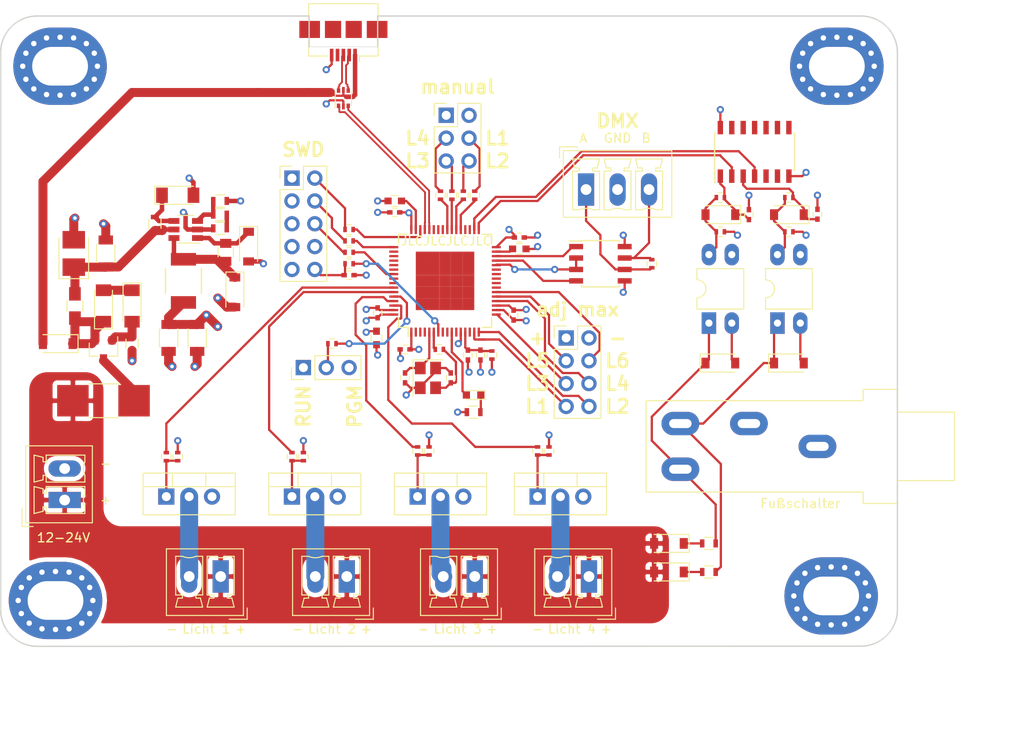
<source format=kicad_pcb>
(kicad_pcb (version 20171130) (host pcbnew "(5.1.7)-1")
  (layers (0 F.Cu signal) (1 In1.Cu power) (2 In2.Cu power) (31 B.Cu signal) (34 B.Paste user) (35 F.Paste user) (36 B.SilkS user) (37 F.SilkS user) (38 B.Mask user) (39 F.Mask user) (44 Edge.Cuts user))
  (net 0 "")
  (net 1 "Net-(C1-Pad1)")
  (net 2 "Net-(C1-Pad2)")
  (net 3 BUCK_IN)
  (net 4 GND)
  (net 5 +3V3)
  (net 6 "Net-(C6-Pad2)")
  (net 7 +3.3VA)
  (net 8 HSE_IN)
  (net 9 "Net-(C16-Pad1)")
  (net 10 "Net-(C17-Pad1)")
  (net 11 "Net-(C18-Pad1)")
  (net 12 "Net-(C19-Pad1)")
  (net 13 "Net-(C20-Pad1)")
  (net 14 "Net-(D1-Pad1)")
  (net 15 "Net-(D2-Pad1)")
  (net 16 "Net-(D2-Pad2)")
  (net 17 "Net-(D3-Pad2)")
  (net 18 USB_5V)
  (net 19 "Net-(D7-Pad2)")
  (net 20 "Net-(D7-Pad1)")
  (net 21 FOOT_EXT_L)
  (net 22 FOOT_L)
  (net 23 FOOT_R)
  (net 24 FOOT_EXT_R)
  (net 25 "Net-(F1-Pad1)")
  (net 26 12-24V)
  (net 27 USB_EXT_D-)
  (net 28 USB_EXT_D+)
  (net 29 "Net-(J1-Pad6)")
  (net 30 "Net-(J2-Pad2)")
  (net 31 "Net-(J2-Pad4)")
  (net 32 "Net-(J2-Pad6)")
  (net 33 LIGHT1)
  (net 34 LIGHT3)
  (net 35 LIGHT2)
  (net 36 LIGHT4)
  (net 37 USART_TX)
  (net 38 USART_RX)
  (net 39 "Net-(Q2-Pad1)")
  (net 40 "Net-(Q3-Pad1)")
  (net 41 "Net-(Q4-Pad1)")
  (net 42 "Net-(Q5-Pad1)")
  (net 43 "Net-(R2-Pad1)")
  (net 44 "Net-(R4-Pad1)")
  (net 45 SWDIO)
  (net 46 SWCLK)
  (net 47 SWO)
  (net 48 NRST)
  (net 49 BOOT0)
  (net 50 "Net-(R10-Pad2)")
  (net 51 HSE_OUT)
  (net 52 L1MAN)
  (net 53 L3MAN)
  (net 54 L2MAN)
  (net 55 L4MAN)
  (net 56 PWM1)
  (net 57 PWM2)
  (net 58 PWM3)
  (net 59 PWM4)
  (net 60 ADC1)
  (net 61 ADC2)
  (net 62 ADC3)
  (net 63 ADC4)
  (net 64 ADC5)
  (net 65 ADC6)
  (net 66 FOOT_L_DB)
  (net 67 FOOT_R_DB)
  (net 68 USB_D+)
  (net 69 USB_D-)
  (net 70 "Net-(D12-Pad1)")
  (net 71 "Net-(D13-Pad1)")
  (net 72 "Net-(J10-Pad3)")
  (net 73 "Net-(J10-Pad4)")
  (net 74 "Net-(J10-Pad5)")
  (net 75 "Net-(J10-Pad6)")
  (net 76 "Net-(J8-Pad1)")
  (net 77 "Net-(J8-Pad3)")
  (net 78 DMX_RW)
  (module Housings_SOIC:SOIC-8_3.9x4.9mm_Pitch1.27mm (layer F.Cu) (at 91.567 144.399)
    (fp_text reference U7)
    (fp_text value SP3485EN)
    (pad 1 smd rect (at -2.7 -1.905) (size 1.55 0.6) (layers F.Cu F.Paste F.Mask) (net 38 USART_RX))
    (pad 2 smd rect (at -2.7 -0.635) (size 1.55 0.6) (layers F.Cu F.Paste F.Mask) (net 78 DMX_RW))
    (pad 3 smd rect (at -2.7 0.635) (size 1.55 0.6) (layers F.Cu F.Paste F.Mask) (net 78 DMX_RW))
    (pad 4 smd rect (at -2.7 1.905) (size 1.55 0.6) (layers F.Cu F.Paste F.Mask) (net 37 USART_TX))
    (pad 5 smd rect (at 2.7 1.905) (size 1.55 0.6) (layers F.Cu F.Paste F.Mask) (net 4 GND))
    (pad 6 smd rect (at 2.7 0.635) (size 1.55 0.6) (layers F.Cu F.Paste F.Mask) (net 76 "Net-(J8-Pad1)"))
    (pad 7 smd rect (at 2.7 -0.635) (size 1.55 0.6) (layers F.Cu F.Paste F.Mask) (net 77 "Net-(J8-Pad3)"))
    (pad 8 smd rect (at 2.7 -1.905) (size 1.55 0.6) (layers F.Cu F.Paste F.Mask) (net 5 +3V3))
  )
  (module Resistors_SMD:R_0402 (layer F.Cu) (at 97.282 144.399 90)
    (fp_text reference R31)
    (fp_text value 120)
    (pad 1 smd rect (at -0.45 0 90) (size 0.4 0.6) (layers F.Cu F.Paste F.Mask) (net 76 "Net-(J8-Pad1)"))
    (pad 2 smd rect (at 0.45 0 90) (size 0.4 0.6) (layers F.Cu F.Paste F.Mask) (net 77 "Net-(J8-Pad3)"))
  )
  (module Connectors_Phoenix:PhoenixContact_MCV-G_03x3.50mm_Vertical (layer F.Cu) (at 89.972 136.144)
    (fp_text reference J8)
    (fp_text value DMX)
    (pad 1 thru_hole rect (at 0 0) (size 1.8 3.6) (drill 1.2) (layers *.Cu *.Mask) (net 76 "Net-(J8-Pad1)"))
    (pad 2 thru_hole oval (at 3.5 0) (size 1.8 3.6) (drill 1.2) (layers *.Cu *.Mask) (net 4 GND))
    (pad 3 thru_hole oval (at 7 0) (size 1.8 3.6) (drill 1.2) (layers *.Cu *.Mask) (net 77 "Net-(J8-Pad3)"))
  )
  (module Connector_USB:USB_Micro-B_Amphenol_10104110_Horizontal (layer F.Cu) (at 62.992 119.634 180)
    (fp_text reference J1)
    (fp_text value USB_B_Micro)
    (pad 1 smd rect (at -1.3 -1.55 180) (size 0.4 1.4) (layers F.Cu F.Paste F.Mask) (net 18 USB_5V))
    (pad 2 smd rect (at -0.65 -1.55 180) (size 0.4 1.4) (layers F.Cu F.Paste F.Mask) (net 27 USB_EXT_D-))
    (pad 3 smd rect (at 0 -1.55 180) (size 0.4 1.4) (layers F.Cu F.Paste F.Mask) (net 28 USB_EXT_D+))
    (pad 4 smd rect (at 0.65 -1.55 180) (size 0.4 1.4) (layers F.Cu F.Paste F.Mask))
    (pad 5 smd rect (at 1.3 -1.55 180) (size 0.4 1.4) (layers F.Cu F.Paste F.Mask) (net 4 GND))
    (pad 6 smd rect (at -3.75 1.3 180) (size 2.3 1.9) (layers F.Cu F.Paste F.Mask) (net 29 "Net-(J1-Pad6)"))
    (pad 6 smd rect (at 3.75 1.3 180) (size 2.3 1.9) (layers F.Cu F.Paste F.Mask) (net 29 "Net-(J1-Pad6)"))
    (pad 6 smd rect (at -1.15 1.3 180) (size 1.8 1.9) (layers F.Cu F.Paste F.Mask) (net 29 "Net-(J1-Pad6)"))
    (pad 6 smd rect (at 1.15 1.3 180) (size 1.8 1.9) (layers F.Cu F.Paste F.Mask) (net 29 "Net-(J1-Pad6)"))
  )
  (module Resistors_SMD:R_0603 (layer F.Cu) (at 49.276 137.414 180)
    (fp_text reference R5)
    (fp_text value 47k)
    (pad 1 smd rect (at -0.75 0 180) (size 0.5 0.9) (layers F.Cu F.Paste F.Mask) (net 5 +3V3))
    (pad 2 smd rect (at 0.75 0 180) (size 0.5 0.9) (layers F.Cu F.Paste F.Mask) (net 44 "Net-(R4-Pad1)"))
  )
  (module Resistors_SMD:R_0603 (layer F.Cu) (at 49.276 138.938)
    (fp_text reference R4)
    (fp_text value 15k)
    (pad 1 smd rect (at -0.75 0) (size 0.5 0.9) (layers F.Cu F.Paste F.Mask) (net 44 "Net-(R4-Pad1)"))
    (pad 2 smd rect (at 0.75 0) (size 0.5 0.9) (layers F.Cu F.Paste F.Mask) (net 43 "Net-(R2-Pad1)"))
  )
  (module Resistors_SMD:R_0603 (layer F.Cu) (at 49.276 140.462 180)
    (fp_text reference R2)
    (fp_text value 270)
    (pad 1 smd rect (at -0.75 0 180) (size 0.5 0.9) (layers F.Cu F.Paste F.Mask) (net 43 "Net-(R2-Pad1)"))
    (pad 2 smd rect (at 0.75 0 180) (size 0.5 0.9) (layers F.Cu F.Paste F.Mask) (net 4 GND))
  )
  (module Pin_Headers:Pin_Header_Straight_2x04_Pitch2.54mm (layer F.Cu) (at 87.757 152.654)
    (fp_text reference J11)
    (fp_text value max)
    (pad 1 thru_hole rect (at 0 0) (size 1.7 1.7) (drill 1) (layers *.Cu *.Mask) (net 5 +3V3))
    (pad 2 thru_hole oval (at 2.54 0) (size 1.7 1.7) (drill 1) (layers *.Cu *.Mask) (net 4 GND))
    (pad 3 thru_hole oval (at 0 2.54) (size 1.7 1.7) (drill 1) (layers *.Cu *.Mask) (net 64 ADC5))
    (pad 4 thru_hole oval (at 2.54 2.54) (size 1.7 1.7) (drill 1) (layers *.Cu *.Mask) (net 65 ADC6))
    (pad 5 thru_hole oval (at 0 5.08) (size 1.7 1.7) (drill 1) (layers *.Cu *.Mask) (net 62 ADC3))
    (pad 6 thru_hole oval (at 2.54 5.08) (size 1.7 1.7) (drill 1) (layers *.Cu *.Mask) (net 63 ADC4))
    (pad 7 thru_hole oval (at 0 7.62) (size 1.7 1.7) (drill 1) (layers *.Cu *.Mask) (net 60 ADC1))
    (pad 8 thru_hole oval (at 2.54 7.62) (size 1.7 1.7) (drill 1) (layers *.Cu *.Mask) (net 61 ADC2))
  )
  (module Pin_Headers:Pin_Header_Straight_2x03_Pitch2.54mm (layer F.Cu) (at 74.422 127.889)
    (fp_text reference J10)
    (fp_text value manual)
    (pad 1 thru_hole rect (at 0 0) (size 1.7 1.7) (drill 1) (layers *.Cu *.Mask) (net 5 +3V3))
    (pad 2 thru_hole oval (at 2.54 0) (size 1.7 1.7) (drill 1) (layers *.Cu *.Mask) (net 4 GND))
    (pad 3 thru_hole oval (at 0 2.54) (size 1.7 1.7) (drill 1) (layers *.Cu *.Mask) (net 72 "Net-(J10-Pad3)"))
    (pad 4 thru_hole oval (at 2.54 2.54) (size 1.7 1.7) (drill 1) (layers *.Cu *.Mask) (net 73 "Net-(J10-Pad4)"))
    (pad 5 thru_hole oval (at 0 5.08) (size 1.7 1.7) (drill 1) (layers *.Cu *.Mask) (net 74 "Net-(J10-Pad5)"))
    (pad 6 thru_hole oval (at 2.54 5.08) (size 1.7 1.7) (drill 1) (layers *.Cu *.Mask) (net 75 "Net-(J10-Pad6)"))
  )
  (module Housings_SOIC:SOIC-14_3.9x8.7mm_Pitch1.27mm (layer F.Cu) (at 108.712 131.953 90)
    (fp_text reference U1)
    (fp_text value 74HC14)
    (pad 1 smd rect (at -2.7 -3.81 90) (size 1.5 0.6) (layers F.Cu F.Paste F.Mask) (net 13 "Net-(C20-Pad1)"))
    (pad 2 smd rect (at -2.7 -2.54 90) (size 1.5 0.6) (layers F.Cu F.Paste F.Mask) (net 67 FOOT_R_DB))
    (pad 3 smd rect (at -2.7 -1.27 90) (size 1.5 0.6) (layers F.Cu F.Paste F.Mask) (net 12 "Net-(C19-Pad1)"))
    (pad 4 smd rect (at -2.7 0 90) (size 1.5 0.6) (layers F.Cu F.Paste F.Mask) (net 66 FOOT_L_DB))
    (pad 5 smd rect (at -2.7 1.27 90) (size 1.5 0.6) (layers F.Cu F.Paste F.Mask))
    (pad 6 smd rect (at -2.7 2.54 90) (size 1.5 0.6) (layers F.Cu F.Paste F.Mask))
    (pad 7 smd rect (at -2.7 3.81 90) (size 1.5 0.6) (layers F.Cu F.Paste F.Mask) (net 4 GND))
    (pad 8 smd rect (at 2.7 3.81 90) (size 1.5 0.6) (layers F.Cu F.Paste F.Mask))
    (pad 9 smd rect (at 2.7 2.54 90) (size 1.5 0.6) (layers F.Cu F.Paste F.Mask))
    (pad 10 smd rect (at 2.7 1.27 90) (size 1.5 0.6) (layers F.Cu F.Paste F.Mask))
    (pad 11 smd rect (at 2.7 0 90) (size 1.5 0.6) (layers F.Cu F.Paste F.Mask))
    (pad 12 smd rect (at 2.7 -1.27 90) (size 1.5 0.6) (layers F.Cu F.Paste F.Mask))
    (pad 13 smd rect (at 2.7 -2.54 90) (size 1.5 0.6) (layers F.Cu F.Paste F.Mask))
    (pad 14 smd rect (at 2.7 -3.81 90) (size 1.5 0.6) (layers F.Cu F.Paste F.Mask) (net 5 +3V3))
  )
  (module Hardware:Audio_Jack_6.35mm (layer F.Cu) (at 110.617 164.719)
    (fp_text reference J9)
    (fp_text value FootSW)
    (pad R thru_hole oval (at -10.16 2.54) (size 4.2 2.6) (drill oval 2.5 1) (layers *.Cu *.Mask) (net 24 FOOT_EXT_R))
    (pad S thru_hole oval (at -10.16 -2.54) (size 4.2 2.6) (drill oval 2.5 1) (layers *.Cu *.Mask) (net 21 FOOT_EXT_L))
    (pad 2 thru_hole oval (at -2.54 -2.54) (size 4.2 2.6) (drill oval 2.5 1) (layers *.Cu *.Mask))
    (pad T thru_hole oval (at 5.08 0) (size 4.2 2.6) (drill oval 2.5 1) (layers *.Cu *.Mask) (net 4 GND))
  )
  (module Diodes_SMD:D_SOD-123 (layer F.Cu) (at 99.187 175.514 180)
    (fp_text reference D13)
    (fp_text value 1N4148)
    (pad 1 smd rect (at -1.65 0 180) (size 0.9 1.2) (layers F.Cu F.Paste F.Mask) (net 71 "Net-(D13-Pad1)"))
    (pad 2 smd rect (at 1.65 0 180) (size 0.9 1.2) (layers F.Cu F.Paste F.Mask) (net 26 12-24V))
  )
  (module Diodes_SMD:D_SOD-123 (layer F.Cu) (at 99.187 178.689 180)
    (fp_text reference D12)
    (fp_text value 1N4148)
    (pad 1 smd rect (at -1.65 0 180) (size 0.9 1.2) (layers F.Cu F.Paste F.Mask) (net 70 "Net-(D12-Pad1)"))
    (pad 2 smd rect (at 1.65 0 180) (size 0.9 1.2) (layers F.Cu F.Paste F.Mask) (net 26 12-24V))
  )
  (module Crystals:Crystal_SMD_3225-4pin_3.2x2.5mm (layer F.Cu) (at 72.39 157.099 270)
    (fp_text reference Y1)
    (fp_text value 16MHz)
    (pad 1 smd rect (at -1.1 0.85 270) (size 1.4 1.2) (layers F.Cu F.Paste F.Mask) (net 8 HSE_IN))
    (pad 2 smd rect (at 1.1 0.85 270) (size 1.4 1.2) (layers F.Cu F.Paste F.Mask) (net 4 GND))
    (pad 3 smd rect (at 1.1 -0.85 270) (size 1.4 1.2) (layers F.Cu F.Paste F.Mask) (net 9 "Net-(C16-Pad1)"))
    (pad 4 smd rect (at -1.1 -0.85 270) (size 1.4 1.2) (layers F.Cu F.Paste F.Mask) (net 4 GND))
  )
  (module TO_SOT_Packages_SMD:TSOT-23-6 (layer F.Cu) (at 45.466 140.589 180)
    (fp_text reference U6)
    (fp_text value MP2359)
    (pad 1 smd rect (at -1.31 -0.95 180) (size 1.22 0.65) (layers F.Cu F.Paste F.Mask) (net 1 "Net-(C1-Pad1)"))
    (pad 2 smd rect (at -1.31 0 180) (size 1.22 0.65) (layers F.Cu F.Paste F.Mask) (net 4 GND))
    (pad 3 smd rect (at -1.31 0.95 180) (size 1.22 0.65) (layers F.Cu F.Paste F.Mask) (net 44 "Net-(R4-Pad1)"))
    (pad 4 smd rect (at 1.31 0.95 180) (size 1.22 0.65) (layers F.Cu F.Paste F.Mask) (net 14 "Net-(D1-Pad1)"))
    (pad 5 smd rect (at 1.31 0 180) (size 1.22 0.65) (layers F.Cu F.Paste F.Mask) (net 3 BUCK_IN))
    (pad 6 smd rect (at 1.31 -0.95 180) (size 1.22 0.65) (layers F.Cu F.Paste F.Mask) (net 2 "Net-(C1-Pad2)"))
  )
  (module Housings_DIP:DIP-4_W7.62mm_LongPads (layer F.Cu) (at 103.632 151.003 90)
    (fp_text reference U5)
    (fp_text value EL817)
    (pad 1 thru_hole rect (at 0 0 90) (size 2.4 1.6) (drill 0.8) (layers *.Cu *.Mask) (net 24 FOOT_EXT_R))
    (pad 3 thru_hole oval (at 7.62 2.54 90) (size 2.4 1.6) (drill 0.8) (layers *.Cu *.Mask) (net 4 GND))
    (pad 2 thru_hole oval (at 0 2.54 90) (size 2.4 1.6) (drill 0.8) (layers *.Cu *.Mask) (net 4 GND))
    (pad 4 thru_hole oval (at 7.62 0 90) (size 2.4 1.6) (drill 0.8) (layers *.Cu *.Mask) (net 23 FOOT_R))
  )
  (module Housings_DIP:DIP-4_W7.62mm_LongPads (layer F.Cu) (at 111.252 151.003 90)
    (fp_text reference U4)
    (fp_text value EL817)
    (pad 1 thru_hole rect (at 0 0 90) (size 2.4 1.6) (drill 0.8) (layers *.Cu *.Mask) (net 21 FOOT_EXT_L))
    (pad 3 thru_hole oval (at 7.62 2.54 90) (size 2.4 1.6) (drill 0.8) (layers *.Cu *.Mask) (net 4 GND))
    (pad 2 thru_hole oval (at 0 2.54 90) (size 2.4 1.6) (drill 0.8) (layers *.Cu *.Mask) (net 4 GND))
    (pad 4 thru_hole oval (at 7.62 0 90) (size 2.4 1.6) (drill 0.8) (layers *.Cu *.Mask) (net 22 FOOT_L))
  )
  (module Housings_QFP:LQFP-64-1EP_10x10mm_Pitch0.5mm (layer F.Cu) (at 74.295 146.304 90)
    (fp_text reference U3)
    (fp_text value STM32F405RGT6 hide)
    (pad 1 smd rect (at -5.7 -3.75 90) (size 1 0.25) (layers F.Cu F.Paste F.Mask) (net 5 +3V3))
    (pad 2 smd rect (at -5.7 -3.25 90) (size 1 0.25) (layers F.Cu F.Paste F.Mask))
    (pad 3 smd rect (at -5.7 -2.75 90) (size 1 0.25) (layers F.Cu F.Paste F.Mask))
    (pad 4 smd rect (at -5.7 -2.25 90) (size 1 0.25) (layers F.Cu F.Paste F.Mask))
    (pad 5 smd rect (at -5.7 -1.75 90) (size 1 0.25) (layers F.Cu F.Paste F.Mask) (net 8 HSE_IN))
    (pad 6 smd rect (at -5.7 -1.25 90) (size 1 0.25) (layers F.Cu F.Paste F.Mask) (net 51 HSE_OUT))
    (pad 7 smd rect (at -5.7 -0.75 90) (size 1 0.25) (layers F.Cu F.Paste F.Mask) (net 48 NRST))
    (pad 8 smd rect (at -5.7 -0.25 90) (size 1 0.25) (layers F.Cu F.Paste F.Mask))
    (pad 9 smd rect (at -5.7 0.25 90) (size 1 0.25) (layers F.Cu F.Paste F.Mask))
    (pad 10 smd rect (at -5.7 0.75 90) (size 1 0.25) (layers F.Cu F.Paste F.Mask) (net 19 "Net-(D7-Pad2)"))
    (pad 11 smd rect (at -5.7 1.25 90) (size 1 0.25) (layers F.Cu F.Paste F.Mask))
    (pad 12 smd rect (at -5.7 1.75 90) (size 1 0.25) (layers F.Cu F.Paste F.Mask) (net 4 GND))
    (pad 13 smd rect (at -5.7 2.25 90) (size 1 0.25) (layers F.Cu F.Paste F.Mask) (net 7 +3.3VA))
    (pad 14 smd rect (at -5.7 2.75 90) (size 1 0.25) (layers F.Cu F.Paste F.Mask))
    (pad 15 smd rect (at -5.7 3.25 90) (size 1 0.25) (layers F.Cu F.Paste F.Mask) (net 60 ADC1))
    (pad 16 smd rect (at -5.7 3.75 90) (size 1 0.25) (layers F.Cu F.Paste F.Mask) (net 61 ADC2))
    (pad 17 smd rect (at -3.75 5.7 180) (size 1 0.25) (layers F.Cu F.Paste F.Mask) (net 62 ADC3))
    (pad 18 smd rect (at -3.25 5.7 180) (size 1 0.25) (layers F.Cu F.Paste F.Mask) (net 4 GND))
    (pad 19 smd rect (at -2.75 5.7 180) (size 1 0.25) (layers F.Cu F.Paste F.Mask) (net 5 +3V3))
    (pad 20 smd rect (at -2.25 5.7 180) (size 1 0.25) (layers F.Cu F.Paste F.Mask) (net 63 ADC4))
    (pad 21 smd rect (at -1.75 5.7 180) (size 1 0.25) (layers F.Cu F.Paste F.Mask) (net 64 ADC5))
    (pad 22 smd rect (at -1.25 5.7 180) (size 1 0.25) (layers F.Cu F.Paste F.Mask) (net 65 ADC6))
    (pad 23 smd rect (at -0.75 5.7 180) (size 1 0.25) (layers F.Cu F.Paste F.Mask))
    (pad 24 smd rect (at -0.25 5.7 180) (size 1 0.25) (layers F.Cu F.Paste F.Mask))
    (pad 25 smd rect (at 0.25 5.7 180) (size 1 0.25) (layers F.Cu F.Paste F.Mask))
    (pad 26 smd rect (at 0.75 5.7 180) (size 1 0.25) (layers F.Cu F.Paste F.Mask))
    (pad 27 smd rect (at 1.25 5.7 180) (size 1 0.25) (layers F.Cu F.Paste F.Mask))
    (pad 28 smd rect (at 1.75 5.7 180) (size 1 0.25) (layers F.Cu F.Paste F.Mask) (net 78 DMX_RW))
    (pad 29 smd rect (at 2.25 5.7 180) (size 1 0.25) (layers F.Cu F.Paste F.Mask) (net 37 USART_TX))
    (pad 30 smd rect (at 2.75 5.7 180) (size 1 0.25) (layers F.Cu F.Paste F.Mask) (net 38 USART_RX))
    (pad 31 smd rect (at 3.25 5.7 180) (size 1 0.25) (layers F.Cu F.Paste F.Mask) (net 10 "Net-(C17-Pad1)"))
    (pad 32 smd rect (at 3.75 5.7 180) (size 1 0.25) (layers F.Cu F.Paste F.Mask) (net 5 +3V3))
    (pad 33 smd rect (at 5.7 3.75 90) (size 1 0.25) (layers F.Cu F.Paste F.Mask) (net 67 FOOT_R_DB))
    (pad 34 smd rect (at 5.7 3.25 90) (size 1 0.25) (layers F.Cu F.Paste F.Mask) (net 66 FOOT_L_DB))
    (pad 35 smd rect (at 5.7 2.75 90) (size 1 0.25) (layers F.Cu F.Paste F.Mask))
    (pad 36 smd rect (at 5.7 2.25 90) (size 1 0.25) (layers F.Cu F.Paste F.Mask))
    (pad 37 smd rect (at 5.7 1.75 90) (size 1 0.25) (layers F.Cu F.Paste F.Mask) (net 52 L1MAN))
    (pad 38 smd rect (at 5.7 1.25 90) (size 1 0.25) (layers F.Cu F.Paste F.Mask) (net 54 L2MAN))
    (pad 39 smd rect (at 5.7 0.75 90) (size 1 0.25) (layers F.Cu F.Paste F.Mask) (net 53 L3MAN))
    (pad 40 smd rect (at 5.7 0.25 90) (size 1 0.25) (layers F.Cu F.Paste F.Mask) (net 55 L4MAN))
    (pad 41 smd rect (at 5.7 -0.25 90) (size 1 0.25) (layers F.Cu F.Paste F.Mask))
    (pad 42 smd rect (at 5.7 -0.75 90) (size 1 0.25) (layers F.Cu F.Paste F.Mask))
    (pad 43 smd rect (at 5.7 -1.25 90) (size 1 0.25) (layers F.Cu F.Paste F.Mask))
    (pad 44 smd rect (at 5.7 -1.75 90) (size 1 0.25) (layers F.Cu F.Paste F.Mask) (net 69 USB_D-))
    (pad 45 smd rect (at 5.7 -2.25 90) (size 1 0.25) (layers F.Cu F.Paste F.Mask) (net 68 USB_D+))
    (pad 46 smd rect (at 5.7 -2.75 90) (size 1 0.25) (layers F.Cu F.Paste F.Mask) (net 45 SWDIO))
    (pad 47 smd rect (at 5.7 -3.25 90) (size 1 0.25) (layers F.Cu F.Paste F.Mask) (net 11 "Net-(C18-Pad1)"))
    (pad 48 smd rect (at 5.7 -3.75 90) (size 1 0.25) (layers F.Cu F.Paste F.Mask) (net 5 +3V3))
    (pad 49 smd rect (at 3.75 -5.7 180) (size 1 0.25) (layers F.Cu F.Paste F.Mask) (net 46 SWCLK))
    (pad 50 smd rect (at 3.25 -5.7 180) (size 1 0.25) (layers F.Cu F.Paste F.Mask))
    (pad 51 smd rect (at 2.75 -5.7 180) (size 1 0.25) (layers F.Cu F.Paste F.Mask))
    (pad 52 smd rect (at 2.25 -5.7 180) (size 1 0.25) (layers F.Cu F.Paste F.Mask))
    (pad 53 smd rect (at 1.75 -5.7 180) (size 1 0.25) (layers F.Cu F.Paste F.Mask))
    (pad 54 smd rect (at 1.25 -5.7 180) (size 1 0.25) (layers F.Cu F.Paste F.Mask))
    (pad 55 smd rect (at 0.75 -5.7 180) (size 1 0.25) (layers F.Cu F.Paste F.Mask) (net 47 SWO))
    (pad 56 smd rect (at 0.25 -5.7 180) (size 1 0.25) (layers F.Cu F.Paste F.Mask))
    (pad 57 smd rect (at -0.25 -5.7 180) (size 1 0.25) (layers F.Cu F.Paste F.Mask))
    (pad 58 smd rect (at -0.75 -5.7 180) (size 1 0.25) (layers F.Cu F.Paste F.Mask) (net 56 PWM1))
    (pad 59 smd rect (at -1.25 -5.7 180) (size 1 0.25) (layers F.Cu F.Paste F.Mask) (net 57 PWM2))
    (pad 60 smd rect (at -1.75 -5.7 180) (size 1 0.25) (layers F.Cu F.Paste F.Mask) (net 49 BOOT0))
    (pad 61 smd rect (at -2.25 -5.7 180) (size 1 0.25) (layers F.Cu F.Paste F.Mask) (net 58 PWM3))
    (pad 62 smd rect (at -2.75 -5.7 180) (size 1 0.25) (layers F.Cu F.Paste F.Mask) (net 59 PWM4))
    (pad 63 smd rect (at -3.25 -5.7 180) (size 1 0.25) (layers F.Cu F.Paste F.Mask) (net 4 GND))
    (pad 64 smd rect (at -3.75 -5.7 180) (size 1 0.25) (layers F.Cu F.Paste F.Mask) (net 5 +3V3))
    (pad 65 smd rect (at -2.6 -2.6 90) (size 1.3 1.3) (layers F.Cu F.Paste F.Mask))
    (pad 65 smd rect (at -1.3 -2.6 90) (size 1.3 1.3) (layers F.Cu F.Paste F.Mask))
    (pad 65 smd rect (at 0 -2.6 90) (size 1.3 1.3) (layers F.Cu F.Paste F.Mask))
    (pad 65 smd rect (at 1.3 -2.6 90) (size 1.3 1.3) (layers F.Cu F.Paste F.Mask))
    (pad 65 smd rect (at 2.6 -2.6 90) (size 1.3 1.3) (layers F.Cu F.Paste F.Mask))
    (pad 65 smd rect (at -2.6 -1.3 90) (size 1.3 1.3) (layers F.Cu F.Paste F.Mask))
    (pad 65 smd rect (at -1.3 -1.3 90) (size 1.3 1.3) (layers F.Cu F.Paste F.Mask))
    (pad 65 smd rect (at 0 -1.3 90) (size 1.3 1.3) (layers F.Cu F.Paste F.Mask))
    (pad 65 smd rect (at 1.3 -1.3 90) (size 1.3 1.3) (layers F.Cu F.Paste F.Mask))
    (pad 65 smd rect (at 2.6 -1.3 90) (size 1.3 1.3) (layers F.Cu F.Paste F.Mask))
    (pad 65 smd rect (at -2.6 0 90) (size 1.3 1.3) (layers F.Cu F.Paste F.Mask))
    (pad 65 smd rect (at -1.3 0 90) (size 1.3 1.3) (layers F.Cu F.Paste F.Mask))
    (pad 65 smd rect (at 0 0 90) (size 1.3 1.3) (layers F.Cu F.Paste F.Mask))
    (pad 65 smd rect (at 1.3 0 90) (size 1.3 1.3) (layers F.Cu F.Paste F.Mask))
    (pad 65 smd rect (at 2.6 0 90) (size 1.3 1.3) (layers F.Cu F.Paste F.Mask))
    (pad 65 smd rect (at -2.6 1.3 90) (size 1.3 1.3) (layers F.Cu F.Paste F.Mask))
    (pad 65 smd rect (at -1.3 1.3 90) (size 1.3 1.3) (layers F.Cu F.Paste F.Mask))
    (pad 65 smd rect (at 0 1.3 90) (size 1.3 1.3) (layers F.Cu F.Paste F.Mask))
    (pad 65 smd rect (at 1.3 1.3 90) (size 1.3 1.3) (layers F.Cu F.Paste F.Mask))
    (pad 65 smd rect (at 2.6 1.3 90) (size 1.3 1.3) (layers F.Cu F.Paste F.Mask))
    (pad 65 smd rect (at -2.6 2.6 90) (size 1.3 1.3) (layers F.Cu F.Paste F.Mask))
    (pad 65 smd rect (at -1.3 2.6 90) (size 1.3 1.3) (layers F.Cu F.Paste F.Mask))
    (pad 65 smd rect (at 0 2.6 90) (size 1.3 1.3) (layers F.Cu F.Paste F.Mask))
    (pad 65 smd rect (at 1.3 2.6 90) (size 1.3 1.3) (layers F.Cu F.Paste F.Mask))
    (pad 65 smd rect (at 2.6 2.6 90) (size 1.3 1.3) (layers F.Cu F.Paste F.Mask))
  )
  (module TO_SOT_Packages_SMD:SOT-666 (layer F.Cu) (at 62.992 125.984 90)
    (fp_text reference U2)
    (fp_text value USBLC6-2P6)
    (pad 6 smd rect (at 0.85 -0.5375 90) (size 0.5 0.375) (layers F.Cu F.Paste F.Mask) (net 28 USB_EXT_D+))
    (pad 4 smd rect (at 0.85 0.5375 90) (size 0.5 0.375) (layers F.Cu F.Paste F.Mask) (net 27 USB_EXT_D-))
    (pad 2 smd rect (at -0.925 0 90) (size 0.65 0.3) (layers F.Cu F.Paste F.Mask) (net 4 GND))
    (pad 5 smd rect (at 0.925 0 90) (size 0.65 0.3) (layers F.Cu F.Paste F.Mask) (net 18 USB_5V))
    (pad 3 smd rect (at -0.85 0.5375 90) (size 0.5 0.375) (layers F.Cu F.Paste F.Mask) (net 69 USB_D-))
    (pad 1 smd rect (at -0.85 -0.5375 90) (size 0.5 0.375) (layers F.Cu F.Paste F.Mask) (net 68 USB_D+))
  )
  (module Pin_Headers:Pin_Header_Straight_1x03_Pitch2.54mm (layer F.Cu) (at 58.547 155.956 90)
    (fp_text reference SW1)
    (fp_text value PGM/RUN)
    (pad 1 thru_hole rect (at 0 0 90) (size 1.7 1.7) (drill 1) (layers *.Cu *.Mask) (net 4 GND))
    (pad 2 thru_hole oval (at 0 2.54 90) (size 1.7 1.7) (drill 1) (layers *.Cu *.Mask) (net 50 "Net-(R10-Pad2)"))
    (pad 3 thru_hole oval (at 0 5.08 90) (size 1.7 1.7) (drill 1) (layers *.Cu *.Mask) (net 5 +3V3))
  )
  (module Resistors_SMD:R_0402 (layer F.Cu) (at 85.852 165.227 90)
    (fp_text reference R30)
    (fp_text value 220k)
    (pad 1 smd rect (at -0.45 0 90) (size 0.4 0.6) (layers F.Cu F.Paste F.Mask) (net 42 "Net-(Q5-Pad1)"))
    (pad 2 smd rect (at 0.45 0 90) (size 0.4 0.6) (layers F.Cu F.Paste F.Mask) (net 4 GND))
  )
  (module Resistors_SMD:R_0402 (layer F.Cu) (at 84.582 165.227 90)
    (fp_text reference R29)
    (fp_text value 1k)
    (pad 1 smd rect (at -0.45 0 90) (size 0.4 0.6) (layers F.Cu F.Paste F.Mask) (net 42 "Net-(Q5-Pad1)"))
    (pad 2 smd rect (at 0.45 0 90) (size 0.4 0.6) (layers F.Cu F.Paste F.Mask) (net 59 PWM4))
  )
  (module Resistors_SMD:R_0402 (layer F.Cu) (at 72.517 165.227 90)
    (fp_text reference R28)
    (fp_text value 220k)
    (pad 1 smd rect (at -0.45 0 90) (size 0.4 0.6) (layers F.Cu F.Paste F.Mask) (net 41 "Net-(Q4-Pad1)"))
    (pad 2 smd rect (at 0.45 0 90) (size 0.4 0.6) (layers F.Cu F.Paste F.Mask) (net 4 GND))
  )
  (module Resistors_SMD:R_0402 (layer F.Cu) (at 71.247 165.227 90)
    (fp_text reference R27)
    (fp_text value 1k)
    (pad 1 smd rect (at -0.45 0 90) (size 0.4 0.6) (layers F.Cu F.Paste F.Mask) (net 41 "Net-(Q4-Pad1)"))
    (pad 2 smd rect (at 0.45 0 90) (size 0.4 0.6) (layers F.Cu F.Paste F.Mask) (net 58 PWM3))
  )
  (module Resistors_SMD:R_0402 (layer F.Cu) (at 58.547 165.862 90)
    (fp_text reference R26)
    (fp_text value 220k)
    (pad 1 smd rect (at -0.45 0 90) (size 0.4 0.6) (layers F.Cu F.Paste F.Mask) (net 40 "Net-(Q3-Pad1)"))
    (pad 2 smd rect (at 0.45 0 90) (size 0.4 0.6) (layers F.Cu F.Paste F.Mask) (net 4 GND))
  )
  (module Resistors_SMD:R_0402 (layer F.Cu) (at 57.277 165.862 90)
    (fp_text reference R25)
    (fp_text value 1k)
    (pad 1 smd rect (at -0.45 0 90) (size 0.4 0.6) (layers F.Cu F.Paste F.Mask) (net 40 "Net-(Q3-Pad1)"))
    (pad 2 smd rect (at 0.45 0 90) (size 0.4 0.6) (layers F.Cu F.Paste F.Mask) (net 57 PWM2))
  )
  (module Resistors_SMD:R_0402 (layer F.Cu) (at 44.577 165.862 90)
    (fp_text reference R24)
    (fp_text value 220k)
    (pad 1 smd rect (at -0.45 0 90) (size 0.4 0.6) (layers F.Cu F.Paste F.Mask) (net 39 "Net-(Q2-Pad1)"))
    (pad 2 smd rect (at 0.45 0 90) (size 0.4 0.6) (layers F.Cu F.Paste F.Mask) (net 4 GND))
  )
  (module Resistors_SMD:R_0402 (layer F.Cu) (at 43.307 165.862 90)
    (fp_text reference R23)
    (fp_text value 1k)
    (pad 1 smd rect (at -0.45 0 90) (size 0.4 0.6) (layers F.Cu F.Paste F.Mask) (net 39 "Net-(Q2-Pad1)"))
    (pad 2 smd rect (at 0.45 0 90) (size 0.4 0.6) (layers F.Cu F.Paste F.Mask) (net 56 PWM1))
  )
  (module Resistors_SMD:R_0603 (layer F.Cu) (at 103.632 175.514001)
    (fp_text reference R22)
    (fp_text value 10k)
    (pad 1 smd rect (at -0.75 0) (size 0.5 0.9) (layers F.Cu F.Paste F.Mask) (net 71 "Net-(D13-Pad1)"))
    (pad 2 smd rect (at 0.75 0) (size 0.5 0.9) (layers F.Cu F.Paste F.Mask) (net 24 FOOT_EXT_R))
  )
  (module Resistors_SMD:R_0402 (layer F.Cu) (at 104.902 137.033 180)
    (fp_text reference R21)
    (fp_text value 22k)
    (pad 1 smd rect (at -0.45 0 180) (size 0.4 0.6) (layers F.Cu F.Paste F.Mask) (net 13 "Net-(C20-Pad1)"))
    (pad 2 smd rect (at 0.45 0 180) (size 0.4 0.6) (layers F.Cu F.Paste F.Mask) (net 23 FOOT_R))
  )
  (module Resistors_SMD:R_0402 (layer F.Cu) (at 112.522 137.033 180)
    (fp_text reference R20)
    (fp_text value 22k)
    (pad 1 smd rect (at -0.45 0 180) (size 0.4 0.6) (layers F.Cu F.Paste F.Mask) (net 12 "Net-(C19-Pad1)"))
    (pad 2 smd rect (at 0.45 0 180) (size 0.4 0.6) (layers F.Cu F.Paste F.Mask) (net 22 FOOT_L))
  )
  (module Resistors_SMD:R_0402 (layer F.Cu) (at 104.902 140.843 180)
    (fp_text reference R19)
    (fp_text value 51k)
    (pad 1 smd rect (at -0.45 0 180) (size 0.4 0.6) (layers F.Cu F.Paste F.Mask) (net 5 +3V3))
    (pad 2 smd rect (at 0.45 0 180) (size 0.4 0.6) (layers F.Cu F.Paste F.Mask) (net 23 FOOT_R))
  )
  (module Resistors_SMD:R_0402 (layer F.Cu) (at 112.522 140.843 180)
    (fp_text reference R18)
    (fp_text value 51k)
    (pad 1 smd rect (at -0.45 0 180) (size 0.4 0.6) (layers F.Cu F.Paste F.Mask) (net 5 +3V3))
    (pad 2 smd rect (at 0.45 0 180) (size 0.4 0.6) (layers F.Cu F.Paste F.Mask) (net 22 FOOT_L))
  )
  (module Resistors_SMD:R_0603 (layer F.Cu) (at 103.632 178.689)
    (fp_text reference R17)
    (fp_text value 10k)
    (pad 1 smd rect (at -0.75 0) (size 0.5 0.9) (layers F.Cu F.Paste F.Mask) (net 70 "Net-(D12-Pad1)"))
    (pad 2 smd rect (at 0.75 0) (size 0.5 0.9) (layers F.Cu F.Paste F.Mask) (net 21 FOOT_EXT_L))
  )
  (module Resistors_SMD:R_0402 (layer F.Cu) (at 76.327 136.779 90)
    (fp_text reference R16)
    (fp_text value 10k)
    (pad 1 smd rect (at -0.45 0 90) (size 0.4 0.6) (layers F.Cu F.Paste F.Mask) (net 54 L2MAN))
    (pad 2 smd rect (at 0.45 0 90) (size 0.4 0.6) (layers F.Cu F.Paste F.Mask) (net 75 "Net-(J10-Pad6)"))
  )
  (module Resistors_SMD:R_0402 (layer F.Cu) (at 75.057 136.779 90)
    (fp_text reference R15)
    (fp_text value 10k)
    (pad 1 smd rect (at -0.45 0 90) (size 0.4 0.6) (layers F.Cu F.Paste F.Mask) (net 53 L3MAN))
    (pad 2 smd rect (at 0.45 0 90) (size 0.4 0.6) (layers F.Cu F.Paste F.Mask) (net 74 "Net-(J10-Pad5)"))
  )
  (module Resistors_SMD:R_0402 (layer F.Cu) (at 77.597 136.779 90)
    (fp_text reference R14)
    (fp_text value 10k)
    (pad 1 smd rect (at -0.45 0 90) (size 0.4 0.6) (layers F.Cu F.Paste F.Mask) (net 52 L1MAN))
    (pad 2 smd rect (at 0.45 0 90) (size 0.4 0.6) (layers F.Cu F.Paste F.Mask) (net 73 "Net-(J10-Pad4)"))
  )
  (module Resistors_SMD:R_0402 (layer F.Cu) (at 73.787 136.779 90)
    (fp_text reference R13)
    (fp_text value 10k)
    (pad 1 smd rect (at -0.45 0 90) (size 0.4 0.6) (layers F.Cu F.Paste F.Mask) (net 55 L4MAN))
    (pad 2 smd rect (at 0.45 0 90) (size 0.4 0.6) (layers F.Cu F.Paste F.Mask) (net 72 "Net-(J10-Pad3)"))
  )
  (module Resistors_SMD:R_0603 (layer F.Cu) (at 77.47 160.909 180)
    (fp_text reference R12)
    (fp_text value 1k)
    (pad 1 smd rect (at -0.75 0 180) (size 0.5 0.9) (layers F.Cu F.Paste F.Mask) (net 20 "Net-(D7-Pad1)"))
    (pad 2 smd rect (at 0.75 0 180) (size 0.5 0.9) (layers F.Cu F.Paste F.Mask) (net 4 GND))
  )
  (module Resistors_SMD:R_0402 (layer F.Cu) (at 73.66 153.924)
    (fp_text reference R11)
    (fp_text value 47)
    (pad 1 smd rect (at -0.45 0) (size 0.4 0.6) (layers F.Cu F.Paste F.Mask) (net 51 HSE_OUT))
    (pad 2 smd rect (at 0.45 0) (size 0.4 0.6) (layers F.Cu F.Paste F.Mask) (net 9 "Net-(C16-Pad1)"))
  )
  (module Resistors_SMD:R_0402 (layer F.Cu) (at 61.722 153.289 180)
    (fp_text reference R10)
    (fp_text value 10k)
    (pad 1 smd rect (at -0.45 0 180) (size 0.4 0.6) (layers F.Cu F.Paste F.Mask) (net 49 BOOT0))
    (pad 2 smd rect (at 0.45 0 180) (size 0.4 0.6) (layers F.Cu F.Paste F.Mask) (net 50 "Net-(R10-Pad2)"))
  )
  (module Resistors_SMD:R_0402 (layer F.Cu) (at 63.627 144.399 180)
    (fp_text reference R9)
    (fp_text value 22)
    (pad 1 smd rect (at -0.45 0 180) (size 0.4 0.6) (layers F.Cu F.Paste F.Mask) (net 48 NRST))
    (pad 2 smd rect (at 0.45 0 180) (size 0.4 0.6) (layers F.Cu F.Paste F.Mask) (net 6 "Net-(C6-Pad2)"))
  )
  (module Resistors_SMD:R_0402 (layer F.Cu) (at 63.627 143.129 180)
    (fp_text reference R8)
    (fp_text value 22)
    (pad 1 smd rect (at -0.45 0 180) (size 0.4 0.6) (layers F.Cu F.Paste F.Mask) (net 47 SWO))
    (pad 2 smd rect (at 0.45 0 180) (size 0.4 0.6) (layers F.Cu F.Paste F.Mask) (net 32 "Net-(J2-Pad6)"))
  )
  (module Resistors_SMD:R_0402 (layer F.Cu) (at 63.627 141.859 180)
    (fp_text reference R7)
    (fp_text value 22)
    (pad 1 smd rect (at -0.45 0 180) (size 0.4 0.6) (layers F.Cu F.Paste F.Mask) (net 46 SWCLK))
    (pad 2 smd rect (at 0.45 0 180) (size 0.4 0.6) (layers F.Cu F.Paste F.Mask) (net 31 "Net-(J2-Pad4)"))
  )
  (module Resistors_SMD:R_0402 (layer F.Cu) (at 63.627 140.589 180)
    (fp_text reference R6)
    (fp_text value 22)
    (pad 1 smd rect (at -0.45 0 180) (size 0.4 0.6) (layers F.Cu F.Paste F.Mask) (net 45 SWDIO))
    (pad 2 smd rect (at 0.45 0 180) (size 0.4 0.6) (layers F.Cu F.Paste F.Mask) (net 30 "Net-(J2-Pad2)"))
  )
  (module Resistors_SMD:R_0603 (layer F.Cu) (at 39.497 153.289 90)
    (fp_text reference R3)
    (fp_text value 100k)
    (pad 1 smd rect (at -0.75 0 90) (size 0.5 0.9) (layers F.Cu F.Paste F.Mask) (net 4 GND))
    (pad 2 smd rect (at 0.75 0 90) (size 0.5 0.9) (layers F.Cu F.Paste F.Mask) (net 17 "Net-(D3-Pad2)"))
  )
  (module Resistors_SMD:R_0603 (layer F.Cu) (at 42.037 139.954 90)
    (fp_text reference R1)
    (fp_text value 100k)
    (pad 1 smd rect (at -0.75 0 90) (size 0.5 0.9) (layers F.Cu F.Paste F.Mask) (net 3 BUCK_IN))
    (pad 2 smd rect (at 0.75 0 90) (size 0.5 0.9) (layers F.Cu F.Paste F.Mask) (net 14 "Net-(D1-Pad1)"))
  )
  (module TO_SOT_Packages_THT:TO-220-3_Vertical (layer F.Cu) (at 84.582 170.307)
    (fp_text reference Q5)
    (fp_text value IRLZ44N)
    (pad 1 thru_hole rect (at 0 0) (size 1.8 1.8) (drill 1) (layers *.Cu *.Mask) (net 42 "Net-(Q5-Pad1)"))
    (pad 2 thru_hole oval (at 2.54 0) (size 1.8 1.8) (drill 1) (layers *.Cu *.Mask) (net 36 LIGHT4))
    (pad 3 thru_hole oval (at 5.08 0) (size 1.8 1.8) (drill 1) (layers *.Cu *.Mask) (net 4 GND))
  )
  (module TO_SOT_Packages_THT:TO-220-3_Vertical (layer F.Cu) (at 71.247 170.307)
    (fp_text reference Q4)
    (fp_text value IRLZ44N)
    (pad 1 thru_hole rect (at 0 0) (size 1.8 1.8) (drill 1) (layers *.Cu *.Mask) (net 41 "Net-(Q4-Pad1)"))
    (pad 2 thru_hole oval (at 2.54 0) (size 1.8 1.8) (drill 1) (layers *.Cu *.Mask) (net 34 LIGHT3))
    (pad 3 thru_hole oval (at 5.08 0) (size 1.8 1.8) (drill 1) (layers *.Cu *.Mask) (net 4 GND))
  )
  (module TO_SOT_Packages_THT:TO-220-3_Vertical (layer F.Cu) (at 57.277 170.307)
    (fp_text reference Q3)
    (fp_text value IRLZ44N)
    (pad 1 thru_hole rect (at 0 0) (size 1.8 1.8) (drill 1) (layers *.Cu *.Mask) (net 40 "Net-(Q3-Pad1)"))
    (pad 2 thru_hole oval (at 2.54 0) (size 1.8 1.8) (drill 1) (layers *.Cu *.Mask) (net 35 LIGHT2))
    (pad 3 thru_hole oval (at 5.08 0) (size 1.8 1.8) (drill 1) (layers *.Cu *.Mask) (net 4 GND))
  )
  (module TO_SOT_Packages_THT:TO-220-3_Vertical (layer F.Cu) (at 43.307 170.307)
    (fp_text reference Q2)
    (fp_text value IRLZ44N)
    (pad 1 thru_hole rect (at 0 0) (size 1.8 1.8) (drill 1) (layers *.Cu *.Mask) (net 39 "Net-(Q2-Pad1)"))
    (pad 2 thru_hole oval (at 2.54 0) (size 1.8 1.8) (drill 1) (layers *.Cu *.Mask) (net 33 LIGHT1))
    (pad 3 thru_hole oval (at 5.08 0) (size 1.8 1.8) (drill 1) (layers *.Cu *.Mask) (net 4 GND))
  )
  (module TO_SOT_Packages_SMD:SOT-23 (layer F.Cu) (at 36.322 153.924 270)
    (fp_text reference Q1)
    (fp_text value AO3401A)
    (pad 1 smd rect (at -1 -0.95 270) (size 0.9 0.8) (layers F.Cu F.Paste F.Mask) (net 17 "Net-(D3-Pad2)"))
    (pad 2 smd rect (at -1 0.95 270) (size 0.9 0.8) (layers F.Cu F.Paste F.Mask) (net 15 "Net-(D2-Pad1)"))
    (pad 3 smd rect (at 1 0 270) (size 0.9 0.8) (layers F.Cu F.Paste F.Mask) (net 25 "Net-(F1-Pad1)"))
  )
  (module Resistors_SMD:R_0402 (layer F.Cu) (at 79.502 154.559 90)
    (fp_text reference L2)
    (fp_text value 39nH)
    (pad 1 smd rect (at -0.45 0 90) (size 0.4 0.6) (layers F.Cu F.Paste F.Mask) (net 5 +3V3))
    (pad 2 smd rect (at 0.45 0 90) (size 0.4 0.6) (layers F.Cu F.Paste F.Mask) (net 7 +3.3VA))
  )
  (module Inductors_NEOSID:Neosid_Inductor_Ms50 (layer F.Cu) (at 45.212 146.304 270)
    (fp_text reference L1)
    (fp_text value 10uH)
    (pad 1 smd rect (at -2.4003 0 270) (size 1.39954 2.79908) (layers F.Cu F.Paste F.Mask) (net 2 "Net-(C1-Pad2)"))
    (pad 2 smd rect (at 2.4003 0 270) (size 1.39954 2.79908) (layers F.Cu F.Paste F.Mask) (net 5 +3V3))
  )
  (module Connectors_Phoenix:PhoenixContact_MCV-G_02x3.50mm_Vertical (layer F.Cu) (at 90.297 179.197 180)
    (fp_text reference J7)
    (fp_text value L4)
    (pad 1 thru_hole rect (at 0 0 180) (size 1.8 3.6) (drill 1.2) (layers *.Cu *.Mask) (net 26 12-24V))
    (pad 2 thru_hole oval (at 3.5 0 180) (size 1.8 3.6) (drill 1.2) (layers *.Cu *.Mask) (net 36 LIGHT4))
  )
  (module Connectors_Phoenix:PhoenixContact_MCV-G_02x3.50mm_Vertical (layer F.Cu) (at 63.373 179.197 180)
    (fp_text reference J6)
    (fp_text value L2)
    (pad 1 thru_hole rect (at 0 0 180) (size 1.8 3.6) (drill 1.2) (layers *.Cu *.Mask) (net 26 12-24V))
    (pad 2 thru_hole oval (at 3.5 0 180) (size 1.8 3.6) (drill 1.2) (layers *.Cu *.Mask) (net 35 LIGHT2))
  )
  (module Connectors_Phoenix:PhoenixContact_MCV-G_02x3.50mm_Vertical (layer F.Cu) (at 32.004 170.688 90)
    (fp_text reference J5)
    (fp_text value PWR)
    (pad 1 thru_hole rect (at 0 0 90) (size 1.8 3.6) (drill 1.2) (layers *.Cu *.Mask) (net 26 12-24V))
    (pad 2 thru_hole oval (at 3.5 0 90) (size 1.8 3.6) (drill 1.2) (layers *.Cu *.Mask) (net 4 GND))
  )
  (module Connectors_Phoenix:PhoenixContact_MCV-G_02x3.50mm_Vertical (layer F.Cu) (at 77.597 179.197 180)
    (fp_text reference J4)
    (fp_text value L3)
    (pad 1 thru_hole rect (at 0 0 180) (size 1.8 3.6) (drill 1.2) (layers *.Cu *.Mask) (net 26 12-24V))
    (pad 2 thru_hole oval (at 3.5 0 180) (size 1.8 3.6) (drill 1.2) (layers *.Cu *.Mask) (net 34 LIGHT3))
  )
  (module Connectors_Phoenix:PhoenixContact_MCV-G_02x3.50mm_Vertical (layer F.Cu) (at 49.347 179.197 180)
    (fp_text reference J3)
    (fp_text value L1)
    (pad 1 thru_hole rect (at 0 0 180) (size 1.8 3.6) (drill 1.2) (layers *.Cu *.Mask) (net 26 12-24V))
    (pad 2 thru_hole oval (at 3.5 0 180) (size 1.8 3.6) (drill 1.2) (layers *.Cu *.Mask) (net 33 LIGHT1))
  )
  (module Pin_Headers:Pin_Header_Straight_2x05_Pitch2.54mm (layer F.Cu) (at 57.277 134.874)
    (fp_text reference J2)
    (fp_text value SWD)
    (pad 1 thru_hole rect (at 0 0) (size 1.7 1.7) (drill 1) (layers *.Cu *.Mask) (net 5 +3V3))
    (pad 2 thru_hole oval (at 2.54 0) (size 1.7 1.7) (drill 1) (layers *.Cu *.Mask) (net 30 "Net-(J2-Pad2)"))
    (pad 3 thru_hole oval (at 0 2.54) (size 1.7 1.7) (drill 1) (layers *.Cu *.Mask) (net 4 GND))
    (pad 4 thru_hole oval (at 2.54 2.54) (size 1.7 1.7) (drill 1) (layers *.Cu *.Mask) (net 31 "Net-(J2-Pad4)"))
    (pad 5 thru_hole oval (at 0 5.08) (size 1.7 1.7) (drill 1) (layers *.Cu *.Mask) (net 4 GND))
    (pad 6 thru_hole oval (at 2.54 5.08) (size 1.7 1.7) (drill 1) (layers *.Cu *.Mask) (net 32 "Net-(J2-Pad6)"))
    (pad 7 thru_hole oval (at 0 7.62) (size 1.7 1.7) (drill 1) (layers *.Cu *.Mask))
    (pad 8 thru_hole oval (at 2.54 7.62) (size 1.7 1.7) (drill 1) (layers *.Cu *.Mask))
    (pad 9 thru_hole oval (at 0 10.16) (size 1.7 1.7) (drill 1) (layers *.Cu *.Mask) (net 4 GND))
    (pad 10 thru_hole oval (at 2.54 10.16) (size 1.7 1.7) (drill 1) (layers *.Cu *.Mask) (net 6 "Net-(C6-Pad2)"))
  )
  (module Mounting_Holes:MountingHole_4.3x6.2mm_M4_Pad_Via (layer F.Cu) (at 30.988 181.864)
    (fp_text reference H4)
    (fp_text value MountingHole_Pad)
    (pad 1 thru_hole oval (at 0 0) (size 10.4 8.6) (drill oval 6.2 4.3) (layers *.Cu *.Mask) (net 4 GND))
    (pad 1 thru_hole circle (at 1.505 3.151) (size 0.9 0.9) (drill 0.6) (layers *.Cu *.Mask) (net 4 GND))
    (pad 1 thru_hole circle (at -1.505 3.151) (size 0.9 0.9) (drill 0.6) (layers *.Cu *.Mask) (net 4 GND))
    (pad 1 thru_hole circle (at -1.505 -3.151) (size 0.9 0.9) (drill 0.6) (layers *.Cu *.Mask) (net 4 GND))
    (pad 1 thru_hole circle (at -2.92 -2.521) (size 0.9 0.9) (drill 0.6) (layers *.Cu *.Mask) (net 4 GND))
    (pad 1 thru_hole circle (at -2.92 2.521) (size 0.9 0.9) (drill 0.6) (layers *.Cu *.Mask) (net 4 GND))
    (pad 1 thru_hole circle (at 2.92 2.521) (size 0.9 0.9) (drill 0.6) (layers *.Cu *.Mask) (net 4 GND))
    (pad 1 thru_hole circle (at 2.92 -2.521) (size 0.9 0.9) (drill 0.6) (layers *.Cu *.Mask) (net 4 GND))
    (pad 1 thru_hole circle (at 1.505 -3.151) (size 0.9 0.9) (drill 0.6) (layers *.Cu *.Mask) (net 4 GND))
    (pad 1 thru_hole circle (at 4.15 0) (size 0.9 0.9) (drill 0.6) (layers *.Cu *.Mask) (net 4 GND))
    (pad 1 thru_hole circle (at 3.801 1.45) (size 0.9 0.9) (drill 0.6) (layers *.Cu *.Mask) (net 4 GND))
    (pad 1 thru_hole circle (at 0 3.225) (size 0.9 0.9) (drill 0.6) (layers *.Cu *.Mask) (net 4 GND))
    (pad 1 thru_hole circle (at -3.801 1.45) (size 0.9 0.9) (drill 0.6) (layers *.Cu *.Mask) (net 4 GND))
    (pad 1 thru_hole circle (at -4.15 0) (size 0.9 0.9) (drill 0.6) (layers *.Cu *.Mask) (net 4 GND))
    (pad 1 thru_hole circle (at -3.801 -1.45) (size 0.9 0.9) (drill 0.6) (layers *.Cu *.Mask) (net 4 GND))
    (pad 1 thru_hole circle (at 0 -3.225) (size 0.9 0.9) (drill 0.6) (layers *.Cu *.Mask) (net 4 GND))
    (pad 1 thru_hole circle (at 3.801 -1.45) (size 0.9 0.9) (drill 0.6) (layers *.Cu *.Mask) (net 4 GND))
  )
  (module Mounting_Holes:MountingHole_4.3x6.2mm_M4_Pad_Via (layer F.Cu) (at 117.221 181.356)
    (fp_text reference H3)
    (fp_text value MountingHole_Pad)
    (pad 1 thru_hole oval (at 0 0) (size 10.4 8.6) (drill oval 6.2 4.3) (layers *.Cu *.Mask) (net 4 GND))
    (pad 1 thru_hole circle (at 1.505 3.151) (size 0.9 0.9) (drill 0.6) (layers *.Cu *.Mask) (net 4 GND))
    (pad 1 thru_hole circle (at -1.505 3.151) (size 0.9 0.9) (drill 0.6) (layers *.Cu *.Mask) (net 4 GND))
    (pad 1 thru_hole circle (at -1.505 -3.151) (size 0.9 0.9) (drill 0.6) (layers *.Cu *.Mask) (net 4 GND))
    (pad 1 thru_hole circle (at -2.92 -2.521) (size 0.9 0.9) (drill 0.6) (layers *.Cu *.Mask) (net 4 GND))
    (pad 1 thru_hole circle (at -2.92 2.521) (size 0.9 0.9) (drill 0.6) (layers *.Cu *.Mask) (net 4 GND))
    (pad 1 thru_hole circle (at 2.92 2.521) (size 0.9 0.9) (drill 0.6) (layers *.Cu *.Mask) (net 4 GND))
    (pad 1 thru_hole circle (at 2.92 -2.521) (size 0.9 0.9) (drill 0.6) (layers *.Cu *.Mask) (net 4 GND))
    (pad 1 thru_hole circle (at 1.505 -3.151) (size 0.9 0.9) (drill 0.6) (layers *.Cu *.Mask) (net 4 GND))
    (pad 1 thru_hole circle (at 4.15 0) (size 0.9 0.9) (drill 0.6) (layers *.Cu *.Mask) (net 4 GND))
    (pad 1 thru_hole circle (at 3.801 1.45) (size 0.9 0.9) (drill 0.6) (layers *.Cu *.Mask) (net 4 GND))
    (pad 1 thru_hole circle (at 0 3.225) (size 0.9 0.9) (drill 0.6) (layers *.Cu *.Mask) (net 4 GND))
    (pad 1 thru_hole circle (at -3.801 1.45) (size 0.9 0.9) (drill 0.6) (layers *.Cu *.Mask) (net 4 GND))
    (pad 1 thru_hole circle (at -4.15 0) (size 0.9 0.9) (drill 0.6) (layers *.Cu *.Mask) (net 4 GND))
    (pad 1 thru_hole circle (at -3.801 -1.45) (size 0.9 0.9) (drill 0.6) (layers *.Cu *.Mask) (net 4 GND))
    (pad 1 thru_hole circle (at 0 -3.225) (size 0.9 0.9) (drill 0.6) (layers *.Cu *.Mask) (net 4 GND))
    (pad 1 thru_hole circle (at 3.801 -1.45) (size 0.9 0.9) (drill 0.6) (layers *.Cu *.Mask) (net 4 GND))
  )
  (module Mounting_Holes:MountingHole_4.3x6.2mm_M4_Pad_Via (layer F.Cu) (at 117.856 122.428)
    (fp_text reference H2)
    (fp_text value MountingHole_Pad)
    (pad 1 thru_hole oval (at 0 0) (size 10.4 8.6) (drill oval 6.2 4.3) (layers *.Cu *.Mask) (net 4 GND))
    (pad 1 thru_hole circle (at 1.505 3.151) (size 0.9 0.9) (drill 0.6) (layers *.Cu *.Mask) (net 4 GND))
    (pad 1 thru_hole circle (at -1.505 3.151) (size 0.9 0.9) (drill 0.6) (layers *.Cu *.Mask) (net 4 GND))
    (pad 1 thru_hole circle (at -1.505 -3.151) (size 0.9 0.9) (drill 0.6) (layers *.Cu *.Mask) (net 4 GND))
    (pad 1 thru_hole circle (at -2.92 -2.521) (size 0.9 0.9) (drill 0.6) (layers *.Cu *.Mask) (net 4 GND))
    (pad 1 thru_hole circle (at -2.92 2.521) (size 0.9 0.9) (drill 0.6) (layers *.Cu *.Mask) (net 4 GND))
    (pad 1 thru_hole circle (at 2.92 2.521) (size 0.9 0.9) (drill 0.6) (layers *.Cu *.Mask) (net 4 GND))
    (pad 1 thru_hole circle (at 2.92 -2.521) (size 0.9 0.9) (drill 0.6) (layers *.Cu *.Mask) (net 4 GND))
    (pad 1 thru_hole circle (at 1.505 -3.151) (size 0.9 0.9) (drill 0.6) (layers *.Cu *.Mask) (net 4 GND))
    (pad 1 thru_hole circle (at 4.15 0) (size 0.9 0.9) (drill 0.6) (layers *.Cu *.Mask) (net 4 GND))
    (pad 1 thru_hole circle (at 3.801 1.45) (size 0.9 0.9) (drill 0.6) (layers *.Cu *.Mask) (net 4 GND))
    (pad 1 thru_hole circle (at 0 3.225) (size 0.9 0.9) (drill 0.6) (layers *.Cu *.Mask) (net 4 GND))
    (pad 1 thru_hole circle (at -3.801 1.45) (size 0.9 0.9) (drill 0.6) (layers *.Cu *.Mask) (net 4 GND))
    (pad 1 thru_hole circle (at -4.15 0) (size 0.9 0.9) (drill 0.6) (layers *.Cu *.Mask) (net 4 GND))
    (pad 1 thru_hole circle (at -3.801 -1.45) (size 0.9 0.9) (drill 0.6) (layers *.Cu *.Mask) (net 4 GND))
    (pad 1 thru_hole circle (at 0 -3.225) (size 0.9 0.9) (drill 0.6) (layers *.Cu *.Mask) (net 4 GND))
    (pad 1 thru_hole circle (at 3.801 -1.45) (size 0.9 0.9) (drill 0.6) (layers *.Cu *.Mask) (net 4 GND))
  )
  (module Mounting_Holes:MountingHole_4.3x6.2mm_M4_Pad_Via (layer F.Cu) (at 31.496 122.428)
    (fp_text reference H1)
    (fp_text value MountingHole_Pad)
    (pad 1 thru_hole oval (at 0 0) (size 10.4 8.6) (drill oval 6.2 4.3) (layers *.Cu *.Mask) (net 4 GND))
    (pad 1 thru_hole circle (at 1.505 3.151) (size 0.9 0.9) (drill 0.6) (layers *.Cu *.Mask) (net 4 GND))
    (pad 1 thru_hole circle (at -1.505 3.151) (size 0.9 0.9) (drill 0.6) (layers *.Cu *.Mask) (net 4 GND))
    (pad 1 thru_hole circle (at -1.505 -3.151) (size 0.9 0.9) (drill 0.6) (layers *.Cu *.Mask) (net 4 GND))
    (pad 1 thru_hole circle (at -2.92 -2.521) (size 0.9 0.9) (drill 0.6) (layers *.Cu *.Mask) (net 4 GND))
    (pad 1 thru_hole circle (at -2.92 2.521) (size 0.9 0.9) (drill 0.6) (layers *.Cu *.Mask) (net 4 GND))
    (pad 1 thru_hole circle (at 2.92 2.521) (size 0.9 0.9) (drill 0.6) (layers *.Cu *.Mask) (net 4 GND))
    (pad 1 thru_hole circle (at 2.92 -2.521) (size 0.9 0.9) (drill 0.6) (layers *.Cu *.Mask) (net 4 GND))
    (pad 1 thru_hole circle (at 1.505 -3.151) (size 0.9 0.9) (drill 0.6) (layers *.Cu *.Mask) (net 4 GND))
    (pad 1 thru_hole circle (at 4.15 0) (size 0.9 0.9) (drill 0.6) (layers *.Cu *.Mask) (net 4 GND))
    (pad 1 thru_hole circle (at 3.801 1.45) (size 0.9 0.9) (drill 0.6) (layers *.Cu *.Mask) (net 4 GND))
    (pad 1 thru_hole circle (at 0 3.225) (size 0.9 0.9) (drill 0.6) (layers *.Cu *.Mask) (net 4 GND))
    (pad 1 thru_hole circle (at -3.801 1.45) (size 0.9 0.9) (drill 0.6) (layers *.Cu *.Mask) (net 4 GND))
    (pad 1 thru_hole circle (at -4.15 0) (size 0.9 0.9) (drill 0.6) (layers *.Cu *.Mask) (net 4 GND))
    (pad 1 thru_hole circle (at -3.801 -1.45) (size 0.9 0.9) (drill 0.6) (layers *.Cu *.Mask) (net 4 GND))
    (pad 1 thru_hole circle (at 0 -3.225) (size 0.9 0.9) (drill 0.6) (layers *.Cu *.Mask) (net 4 GND))
    (pad 1 thru_hole circle (at 3.801 -1.45) (size 0.9 0.9) (drill 0.6) (layers *.Cu *.Mask) (net 4 GND))
  )
  (module Resistors_SMD:R_0805_HandSoldering (layer F.Cu) (at 33.147 149.098 270)
    (fp_text reference FB1)
    (fp_text value 600@100MHz)
    (pad 1 smd rect (at -1.35 0 270) (size 1.5 1.3) (layers F.Cu F.Paste F.Mask) (net 3 BUCK_IN))
    (pad 2 smd rect (at 1.35 0 270) (size 1.5 1.3) (layers F.Cu F.Paste F.Mask) (net 15 "Net-(D2-Pad1)"))
  )
  (module Resistors_SMD:R_1812_HandSoldering (layer F.Cu) (at 36.322 159.639 180)
    (fp_text reference F1)
    (fp_text value 500mA)
    (pad 1 smd rect (at -3.4 0 180) (size 3.5 3.5) (layers F.Cu F.Paste F.Mask) (net 25 "Net-(F1-Pad1)"))
    (pad 2 smd rect (at 3.4 0 180) (size 3.5 3.5) (layers F.Cu F.Paste F.Mask) (net 26 12-24V))
  )
  (module Diodes_SMD:D_SOD-123 (layer F.Cu) (at 104.902 155.448)
    (fp_text reference D11)
    (fp_text value 1N4148)
    (pad 1 smd rect (at -1.65 0) (size 0.9 1.2) (layers F.Cu F.Paste F.Mask) (net 24 FOOT_EXT_R))
    (pad 2 smd rect (at 1.65 0) (size 0.9 1.2) (layers F.Cu F.Paste F.Mask) (net 4 GND))
  )
  (module Diodes_SMD:D_SOD-123 (layer F.Cu) (at 104.902 138.938 180)
    (fp_text reference D10)
    (fp_text value 1N4148)
    (pad 1 smd rect (at -1.65 0 180) (size 0.9 1.2) (layers F.Cu F.Paste F.Mask) (net 13 "Net-(C20-Pad1)"))
    (pad 2 smd rect (at 1.65 0 180) (size 0.9 1.2) (layers F.Cu F.Paste F.Mask) (net 23 FOOT_R))
  )
  (module Diodes_SMD:D_SOD-123 (layer F.Cu) (at 112.522 138.938 180)
    (fp_text reference D9)
    (fp_text value 1N4148)
    (pad 1 smd rect (at -1.65 0 180) (size 0.9 1.2) (layers F.Cu F.Paste F.Mask) (net 12 "Net-(C19-Pad1)"))
    (pad 2 smd rect (at 1.65 0 180) (size 0.9 1.2) (layers F.Cu F.Paste F.Mask) (net 22 FOOT_L))
  )
  (module Diodes_SMD:D_SOD-123 (layer F.Cu) (at 112.522 155.448)
    (fp_text reference D8)
    (fp_text value 1N4148)
    (pad 1 smd rect (at -1.65 0) (size 0.9 1.2) (layers F.Cu F.Paste F.Mask) (net 21 FOOT_EXT_L))
    (pad 2 smd rect (at 1.65 0) (size 0.9 1.2) (layers F.Cu F.Paste F.Mask) (net 4 GND))
  )
  (module LEDs:LED_0603 (layer F.Cu) (at 77.47 159.004 180)
    (fp_text reference D7)
    (fp_text value blue)
    (pad 2 smd rect (at 0.8 0) (size 0.8 0.8) (layers F.Cu F.Paste F.Mask) (net 19 "Net-(D7-Pad2)"))
    (pad 1 smd rect (at -0.8 0) (size 0.8 0.8) (layers F.Cu F.Paste F.Mask) (net 20 "Net-(D7-Pad1)"))
  )
  (module Diodes_SMD:D_SOD-123 (layer F.Cu) (at 52.451 142.494 270)
    (fp_text reference D6)
    (fp_text value 1N4148)
    (pad 1 smd rect (at -1.65 0 270) (size 0.9 1.2) (layers F.Cu F.Paste F.Mask) (net 1 "Net-(C1-Pad1)"))
    (pad 2 smd rect (at 1.65 0 270) (size 0.9 1.2) (layers F.Cu F.Paste F.Mask) (net 5 +3V3))
  )
  (module Diodes_SMD:D_SOD-123 (layer F.Cu) (at 50.927 147.574 270)
    (fp_text reference D5)
    (fp_text value B5819W)
    (pad 1 smd rect (at -1.65 0 270) (size 0.9 1.2) (layers F.Cu F.Paste F.Mask) (net 2 "Net-(C1-Pad2)"))
    (pad 2 smd rect (at 1.65 0 270) (size 0.9 1.2) (layers F.Cu F.Paste F.Mask) (net 4 GND))
  )
  (module Diodes_SMD:D_SOD-123 (layer F.Cu) (at 31.242 153.289 180)
    (fp_text reference D4)
    (fp_text value B5819W)
    (pad 1 smd rect (at -1.65 0 180) (size 0.9 1.2) (layers F.Cu F.Paste F.Mask) (net 15 "Net-(D2-Pad1)"))
    (pad 2 smd rect (at 1.65 0 180) (size 0.9 1.2) (layers F.Cu F.Paste F.Mask) (net 18 USB_5V))
  )
  (module Diodes_SMD:D_MiniMELF (layer F.Cu) (at 39.497 149.098 270)
    (fp_text reference D3)
    (fp_text value ZMM5V6)
    (pad 1 smd rect (at -1.75 0 270) (size 1.3 1.7) (layers F.Cu F.Paste F.Mask) (net 16 "Net-(D2-Pad2)"))
    (pad 2 smd rect (at 1.75 0 270) (size 1.3 1.7) (layers F.Cu F.Paste F.Mask) (net 17 "Net-(D3-Pad2)"))
  )
  (module Diodes_SMD:D_MiniMELF (layer F.Cu) (at 36.322 149.098 90)
    (fp_text reference D2)
    (fp_text value ZMM5V6)
    (pad 1 smd rect (at -1.75 0 90) (size 1.3 1.7) (layers F.Cu F.Paste F.Mask) (net 15 "Net-(D2-Pad1)"))
    (pad 2 smd rect (at 1.75 0 90) (size 1.3 1.7) (layers F.Cu F.Paste F.Mask) (net 16 "Net-(D2-Pad2)"))
  )
  (module Diodes_SMD:D_MiniMELF (layer F.Cu) (at 44.577 136.779)
    (fp_text reference D1)
    (fp_text value ZMM3V3)
    (pad 1 smd rect (at -1.75 0) (size 1.3 1.7) (layers F.Cu F.Paste F.Mask) (net 14 "Net-(D1-Pad1)"))
    (pad 2 smd rect (at 1.75 0) (size 1.3 1.7) (layers F.Cu F.Paste F.Mask) (net 4 GND))
  )
  (module Capacitors_SMD:C_0402 (layer F.Cu) (at 108.077 138.938 90)
    (fp_text reference C20)
    (fp_text value 1uF)
    (pad 1 smd rect (at -0.55 0 90) (size 0.6 0.5) (layers F.Cu F.Paste F.Mask) (net 13 "Net-(C20-Pad1)"))
    (pad 2 smd rect (at 0.55 0 90) (size 0.6 0.5) (layers F.Cu F.Paste F.Mask) (net 4 GND))
  )
  (module Capacitors_SMD:C_0402 (layer F.Cu) (at 115.697 138.893 90)
    (fp_text reference C19)
    (fp_text value 1uF)
    (pad 1 smd rect (at -0.55 0 90) (size 0.6 0.5) (layers F.Cu F.Paste F.Mask) (net 12 "Net-(C19-Pad1)"))
    (pad 2 smd rect (at 0.55 0 90) (size 0.6 0.5) (layers F.Cu F.Paste F.Mask) (net 4 GND))
  )
  (module Capacitors_SMD:C_0603 (layer F.Cu) (at 68.707 137.414 180)
    (fp_text reference C18)
    (fp_text value 2u2)
    (pad 2 smd rect (at 0.75 0 180) (size 0.8 0.75) (layers F.Cu F.Paste F.Mask) (net 4 GND))
    (pad 1 smd rect (at -0.75 0 180) (size 0.8 0.75) (layers F.Cu F.Paste F.Mask) (net 11 "Net-(C18-Pad1)"))
  )
  (module Capacitors_SMD:C_0603 (layer F.Cu) (at 82.55 142.748)
    (fp_text reference C17)
    (fp_text value 2u2)
    (pad 2 smd rect (at 0.75 0) (size 0.8 0.75) (layers F.Cu F.Paste F.Mask) (net 4 GND))
    (pad 1 smd rect (at -0.75 0) (size 0.8 0.75) (layers F.Cu F.Paste F.Mask) (net 10 "Net-(C17-Pad1)"))
  )
  (module Capacitors_SMD:C_0402 (layer F.Cu) (at 74.93 157.099 90)
    (fp_text reference C16)
    (fp_text value 12pF)
    (pad 1 smd rect (at -0.55 0 90) (size 0.6 0.5) (layers F.Cu F.Paste F.Mask) (net 9 "Net-(C16-Pad1)"))
    (pad 2 smd rect (at 0.55 0 90) (size 0.6 0.5) (layers F.Cu F.Paste F.Mask) (net 4 GND))
  )
  (module Capacitors_SMD:C_0402 (layer F.Cu) (at 69.85 157.099 270)
    (fp_text reference C15)
    (fp_text value 12pF)
    (pad 1 smd rect (at -0.55 0 270) (size 0.6 0.5) (layers F.Cu F.Paste F.Mask) (net 8 HSE_IN))
    (pad 2 smd rect (at 0.55 0 270) (size 0.6 0.5) (layers F.Cu F.Paste F.Mask) (net 4 GND))
  )
  (module Capacitors_SMD:C_0402 (layer F.Cu) (at 76.835 154.559 270)
    (fp_text reference C14)
    (fp_text value 10nF)
    (pad 1 smd rect (at -0.55 0 270) (size 0.6 0.5) (layers F.Cu F.Paste F.Mask) (net 7 +3.3VA))
    (pad 2 smd rect (at 0.55 0 270) (size 0.6 0.5) (layers F.Cu F.Paste F.Mask) (net 4 GND))
  )
  (module Capacitors_SMD:C_0402 (layer F.Cu) (at 66.802 149.86 270)
    (fp_text reference C13)
    (fp_text value 100n)
    (pad 1 smd rect (at -0.55 0 270) (size 0.6 0.5) (layers F.Cu F.Paste F.Mask) (net 4 GND))
    (pad 2 smd rect (at 0.55 0 270) (size 0.6 0.5) (layers F.Cu F.Paste F.Mask) (net 5 +3V3))
  )
  (module Capacitors_SMD:C_0402 (layer F.Cu) (at 82.55 141.478 180)
    (fp_text reference C12 hide)
    (fp_text value 100n)
    (pad 1 smd rect (at -0.55 0 180) (size 0.6 0.5) (layers F.Cu F.Paste F.Mask) (net 4 GND))
    (pad 2 smd rect (at 0.55 0 180) (size 0.6 0.5) (layers F.Cu F.Paste F.Mask) (net 5 +3V3))
  )
  (module Capacitors_SMD:C_0402 (layer F.Cu) (at 68.707 138.684)
    (fp_text reference C11)
    (fp_text value 100n)
    (pad 1 smd rect (at -0.55 0) (size 0.6 0.5) (layers F.Cu F.Paste F.Mask) (net 4 GND))
    (pad 2 smd rect (at 0.55 0) (size 0.6 0.5) (layers F.Cu F.Paste F.Mask) (net 5 +3V3))
  )
  (module Capacitors_SMD:C_0402 (layer F.Cu) (at 81.915 150.114 90)
    (fp_text reference C10)
    (fp_text value 100n)
    (pad 1 smd rect (at -0.55 0 90) (size 0.6 0.5) (layers F.Cu F.Paste F.Mask) (net 4 GND))
    (pad 2 smd rect (at 0.55 0 90) (size 0.6 0.5) (layers F.Cu F.Paste F.Mask) (net 5 +3V3))
  )
  (module Capacitors_SMD:C_0402 (layer F.Cu) (at 69.85 153.924)
    (fp_text reference C9)
    (fp_text value 100n)
    (pad 1 smd rect (at -0.55 0) (size 0.6 0.5) (layers F.Cu F.Paste F.Mask) (net 4 GND))
    (pad 2 smd rect (at 0.55 0) (size 0.6 0.5) (layers F.Cu F.Paste F.Mask) (net 5 +3V3))
  )
  (module Capacitors_SMD:C_0603 (layer F.Cu) (at 66.675 152.654 90)
    (fp_text reference C8)
    (fp_text value 4u7)
    (pad 2 smd rect (at 0.75 0 90) (size 0.8 0.75) (layers F.Cu F.Paste F.Mask) (net 5 +3V3))
    (pad 1 smd rect (at -0.75 0 90) (size 0.8 0.75) (layers F.Cu F.Paste F.Mask) (net 4 GND))
  )
  (module Capacitors_SMD:C_0402 (layer F.Cu) (at 78.232 154.559 270)
    (fp_text reference C7)
    (fp_text value 1uF)
    (pad 1 smd rect (at -0.55 0 270) (size 0.6 0.5) (layers F.Cu F.Paste F.Mask) (net 7 +3.3VA))
    (pad 2 smd rect (at 0.55 0 270) (size 0.6 0.5) (layers F.Cu F.Paste F.Mask) (net 4 GND))
  )
  (module Capacitors_SMD:C_0402 (layer F.Cu) (at 63.627 145.669 180)
    (fp_text reference C6)
    (fp_text value 100n)
    (pad 1 smd rect (at -0.55 0 180) (size 0.6 0.5) (layers F.Cu F.Paste F.Mask) (net 4 GND))
    (pad 2 smd rect (at 0.55 0 180) (size 0.6 0.5) (layers F.Cu F.Paste F.Mask) (net 6 "Net-(C6-Pad2)"))
  )
  (module Capacitors_SMD:C_1206 (layer F.Cu) (at 43.561 152.654 270)
    (fp_text reference C5)
    (fp_text value 10uF)
    (pad 1 smd rect (at -1.5 0 270) (size 1 1.6) (layers F.Cu F.Paste F.Mask) (net 5 +3V3))
    (pad 2 smd rect (at 1.5 0 270) (size 1 1.6) (layers F.Cu F.Paste F.Mask) (net 4 GND))
  )
  (module Capacitors_SMD:C_1206 (layer F.Cu) (at 36.576 143.256 90)
    (fp_text reference C4)
    (fp_text value 10uF)
    (pad 1 smd rect (at -1.5 0 90) (size 1 1.6) (layers F.Cu F.Paste F.Mask) (net 3 BUCK_IN))
    (pad 2 smd rect (at 1.5 0 90) (size 1 1.6) (layers F.Cu F.Paste F.Mask) (net 4 GND))
  )
  (module Capacitors_SMD:C_1206 (layer F.Cu) (at 46.736 152.654 270)
    (fp_text reference C3)
    (fp_text value 10uF)
    (pad 1 smd rect (at -1.5 0 270) (size 1 1.6) (layers F.Cu F.Paste F.Mask) (net 5 +3V3))
    (pad 2 smd rect (at 1.5 0 270) (size 1 1.6) (layers F.Cu F.Paste F.Mask) (net 4 GND))
  )
  (module Capacitors_Tantalum_SMD:CP_Tantalum_Case-B_EIA-3528-21_Reflow (layer F.Cu) (at 33.02 143.256 90)
    (fp_text reference C2)
    (fp_text value 100uF)
    (pad 1 smd rect (at -1.525 0 90) (size 1.95 2.5) (layers F.Cu F.Paste F.Mask) (net 3 BUCK_IN))
    (pad 2 smd rect (at 1.525 0 90) (size 1.95 2.5) (layers F.Cu F.Paste F.Mask) (net 4 GND))
  )
  (module Capacitors_SMD:C_0805 (layer F.Cu) (at 49.911 143.129 270)
    (fp_text reference C1)
    (fp_text value 22nF)
    (pad 1 smd rect (at -1 0 270) (size 1 1.25) (layers F.Cu F.Paste F.Mask) (net 1 "Net-(C1-Pad1)"))
    (pad 2 smd rect (at 1 0 270) (size 1 1.25) (layers F.Cu F.Paste F.Mask) (net 2 "Net-(C1-Pad2)"))
  )
  (gr_text B (at 96.647 130.429) (layer F.SilkS) (effects (font (size 1 1))))
  (gr_text GND (at 93.472 130.429) (layer F.SilkS) (effects (font (size 1 1))))
  (gr_text A (at 89.662 130.429) (layer F.SilkS) (effects (font (size 1 1))))
  (gr_text DMX (at 93.472 128.524) (layer F.SilkS) (effects (font (size 1.5 1.5) (thickness 0.3))))
  (gr_text - (at 93.472 152.654) (layer F.SilkS) (effects (font (size 1.5 1.5) (thickness 0.3))))
  (gr_text + (at 84.582 152.654) (layer F.SilkS) (effects (font (size 1.5 1.5) (thickness 0.3))))
  (gr_line (start 59.182 120.269) (end 66.802 120.269) (layer Edge.Cuts) (width 0.05))
  (gr_line (start 59.182 120.269) (end 59.182 116.84) (layer Edge.Cuts) (width 0.15))
  (gr_line (start 66.802 116.84) (end 66.802 120.269) (layer Edge.Cuts) (width 0.15))
  (gr_line (start 59.182 116.84) (end 28.956 116.84) (layer Edge.Cuts) (width 0.15))
  (gr_text L6 (at 93.472 155.194) (layer F.SilkS) (effects (font (size 1.5 1.5) (thickness 0.3))))
  (gr_text L5 (at 84.582 155.194) (layer F.SilkS) (effects (font (size 1.5 1.5) (thickness 0.3))))
  (gr_text JLCJLCJLCJLC (at 74.422 141.859) (layer F.SilkS) (effects (font (size 0.98 0.98))))
  (gr_text - (at 84.582 185.039) (layer F.SilkS) (effects (font (size 1 1))))
  (gr_text - (at 71.882 185.039) (layer F.SilkS) (effects (font (size 1 1))))
  (gr_text - (at 57.912 185.039) (layer F.SilkS) (effects (font (size 1 1))))
  (gr_text - (at 43.942 185.039) (layer F.SilkS) (effects (font (size 1 1))))
  (gr_text + (at 92.202 185.039) (layer F.SilkS) (effects (font (size 1 1))))
  (gr_text + (at 79.502 185.039) (layer F.SilkS) (effects (font (size 1 1))))
  (gr_text + (at 65.532 185.039) (layer F.SilkS) (effects (font (size 1 1))))
  (gr_text + (at 51.562 185.039) (layer F.SilkS) (effects (font (size 1 1))))
  (gr_arc (start 120.523 182.88) (end 120.523 186.944) (angle -90) (layer Edge.Cuts) (width 0.15))
  (gr_arc (start 120.523 120.904) (end 124.587 120.904) (angle -90) (layer Edge.Cuts) (width 0.15))
  (gr_arc (start 28.956 120.904) (end 28.956 116.84) (angle -90) (layer Edge.Cuts) (width 0.15))
  (gr_arc (start 28.956 182.900169) (end 24.892 182.900169) (angle -90) (layer Edge.Cuts) (width 0.15))
  (gr_line (start 120.523 116.84) (end 66.802 116.84) (layer Edge.Cuts) (width 0.15))
  (gr_line (start 124.587 182.88) (end 124.587 120.904) (layer Edge.Cuts) (width 0.15))
  (gr_line (start 28.956 186.964169) (end 120.523 186.944) (layer Edge.Cuts) (width 0.15))
  (gr_line (start 24.892 120.904) (end 24.892 182.900169) (layer Edge.Cuts) (width 0.15))
  (gr_text - (at 36.576 166.624) (layer F.SilkS) (effects (font (size 1 1))))
  (gr_text + (at 36.576 170.688) (layer F.SilkS) (effects (font (size 1 1))))
  (gr_text 12-24V (at 31.877 174.879) (layer F.SilkS) (effects (font (size 1 1))))
  (gr_text Fußschalter (at 113.792 171.069) (layer F.SilkS) (effects (font (size 1 1))))
  (gr_text SWD (at 58.547 131.699) (layer F.SilkS) (effects (font (size 1.5 1.5) (thickness 0.3))))
  (gr_text L3 (at 84.582 157.734) (layer F.SilkS) (effects (font (size 1.5 1.5) (thickness 0.3))))
  (gr_text L4 (at 93.472 157.734) (layer F.SilkS) (effects (font (size 1.5 1.5) (thickness 0.3))))
  (gr_text L1 (at 84.582 160.274) (layer F.SilkS) (effects (font (size 1.5 1.5) (thickness 0.3))))
  (gr_text L2 (at 93.472 160.274) (layer F.SilkS) (effects (font (size 1.5 1.5) (thickness 0.3))))
  (gr_text "adj max" (at 89.027 149.479) (layer F.SilkS) (effects (font (size 1.5 1.5) (thickness 0.3))))
  (gr_text manual (at 75.692 124.714) (layer F.SilkS) (effects (font (size 1.5 1.5) (thickness 0.3))))
  (gr_text "Licht 1" (at 47.752 185.039) (layer F.SilkS) (effects (font (size 1 1))))
  (gr_text "Licht 2" (at 61.722 185.039) (layer F.SilkS) (effects (font (size 1 1))))
  (gr_text "Licht 3" (at 75.692 185.039) (layer F.SilkS) (effects (font (size 1 1))))
  (gr_text "Licht 4" (at 88.392 185.039) (layer F.SilkS) (effects (font (size 1 1))))
  (gr_text L1 (at 80.137 130.429) (layer F.SilkS) (effects (font (size 1.5 1.5) (thickness 0.3))))
  (gr_text L3 (at 71.247 132.969) (layer F.SilkS) (effects (font (size 1.5 1.5) (thickness 0.3))))
  (gr_text L2 (at 80.137 132.969) (layer F.SilkS) (effects (font (size 1.5 1.5) (thickness 0.3))))
  (gr_text L4 (at 71.247 130.429) (layer F.SilkS) (effects (font (size 1.5 1.5) (thickness 0.3))))
  (gr_text PGM (at 64.262 160.274 90) (layer F.SilkS) (effects (font (size 1.5 1.5) (thickness 0.3))))
  (gr_text RUN (at 58.547 160.274 90) (layer F.SilkS) (effects (font (size 1.5 1.5) (thickness 0.3))))
  (segment (start 46.776 141.539) (end 48.067 141.539) (width 0.5) (layer F.Cu) (net 1))
  (segment (start 48.657 142.129) (end 49.911 142.129) (width 0.5) (layer F.Cu) (net 1))
  (segment (start 48.067 141.539) (end 48.657 142.129) (width 0.5) (layer F.Cu) (net 1))
  (segment (start 51.166 142.129) (end 52.451 140.844) (width 0.5) (layer F.Cu) (net 1))
  (segment (start 49.911 142.129) (end 51.166 142.129) (width 0.5) (layer F.Cu) (net 1))
  (segment (start 44.156 141.539) (end 44.156 143.3087) (width 0.5) (layer F.Cu) (net 2))
  (segment (start 48.9067 143.9037) (end 50.927 145.924) (width 1) (layer F.Cu) (net 2))
  (segment (start 45.212 143.9037) (end 48.9067 143.9037) (width 1) (layer F.Cu) (net 2))
  (segment (start 49.6857 143.9037) (end 49.911 144.129) (width 0.5) (layer F.Cu) (net 2))
  (segment (start 48.9067 143.9037) (end 49.6857 143.9037) (width 0.5) (layer F.Cu) (net 2))
  (segment (start 33.147 144.908) (end 33.02 144.781) (width 1) (layer F.Cu) (net 3))
  (segment (start 33.147 147.748) (end 33.147 144.908) (width 1) (layer F.Cu) (net 3))
  (segment (start 36.551 144.781) (end 36.576 144.756) (width 1) (layer F.Cu) (net 3))
  (segment (start 33.02 144.781) (end 36.551 144.781) (width 1) (layer F.Cu) (net 3))
  (segment (start 37.985 144.756) (end 42.037 140.704) (width 1) (layer F.Cu) (net 3))
  (segment (start 36.576 144.756) (end 37.985 144.756) (width 1) (layer F.Cu) (net 3))
  (segment (start 42.845999 140.704) (end 42.845999 140.653999) (width 1) (layer F.Cu) (net 3))
  (segment (start 42.845999 140.653999) (end 42.910998 140.589) (width 1) (layer F.Cu) (net 3))
  (segment (start 42.037 140.704) (end 42.845999 140.704) (width 1) (layer F.Cu) (net 3))
  (segment (start 42.960999 140.589) (end 42.845999 140.704) (width 0.5) (layer F.Cu) (net 3))
  (segment (start 44.156 140.589) (end 42.960999 140.589) (width 0.5) (layer F.Cu) (net 3))
  (via (at 39.497 155.194) (size 0.8) (drill 0.4) (layers F.Cu B.Cu) (net 4))
  (segment (start 39.497 154.039) (end 39.497 155.194) (width 1) (layer F.Cu) (net 4))
  (via (at 66.802 137.414) (size 0.8) (drill 0.4) (layers F.Cu B.Cu) (net 4))
  (segment (start 67.957 137.414) (end 66.802 137.414) (width 0.25) (layer F.Cu) (net 4))
  (via (at 66.802 138.684) (size 0.8) (drill 0.4) (layers F.Cu B.Cu) (net 4))
  (segment (start 68.157 138.684) (end 66.802 138.684) (width 0.25) (layer F.Cu) (net 4))
  (via (at 66.802 154.559) (size 0.8) (drill 0.4) (layers F.Cu B.Cu) (net 4))
  (segment (start 66.675 154.432) (end 66.802 154.559) (width 0.25) (layer F.Cu) (net 4))
  (segment (start 66.675 153.404) (end 66.675 154.432) (width 0.25) (layer F.Cu) (net 4))
  (segment (start 69.85 157.649) (end 69.892 157.649) (width 0.25) (layer F.Cu) (net 4))
  (segment (start 70.442 158.199) (end 71.54 158.199) (width 0.25) (layer F.Cu) (net 4))
  (segment (start 69.892 157.649) (end 70.442 158.199) (width 0.25) (layer F.Cu) (net 4))
  (segment (start 73.24 156.399) (end 73.24 155.999) (width 0.25) (layer F.Cu) (net 4))
  (segment (start 71.54 158.199) (end 71.54 158.099) (width 0.25) (layer F.Cu) (net 4))
  (segment (start 74.38 155.999) (end 74.93 156.549) (width 0.25) (layer F.Cu) (net 4))
  (segment (start 73.24 155.999) (end 74.38 155.999) (width 0.25) (layer F.Cu) (net 4))
  (segment (start 70.782 158.199) (end 69.977 159.004) (width 0.25) (layer F.Cu) (net 4))
  (via (at 69.977 159.004) (size 0.8) (drill 0.4) (layers F.Cu B.Cu) (net 4))
  (segment (start 71.54 158.199) (end 70.782 158.199) (width 0.25) (layer F.Cu) (net 4))
  (via (at 72.517 163.449) (size 0.8) (drill 0.4) (layers F.Cu B.Cu) (net 4))
  (segment (start 72.517 164.777) (end 72.517 163.449) (width 0.25) (layer F.Cu) (net 4))
  (via (at 85.852 163.449) (size 0.8) (drill 0.4) (layers F.Cu B.Cu) (net 4))
  (segment (start 85.852 164.777) (end 85.852 163.449) (width 0.25) (layer F.Cu) (net 4))
  (via (at 58.547 164.084) (size 0.8) (drill 0.4) (layers F.Cu B.Cu) (net 4))
  (segment (start 58.547 165.412) (end 58.547 164.084) (width 0.25) (layer F.Cu) (net 4))
  (via (at 44.577 164.084) (size 0.8) (drill 0.4) (layers F.Cu B.Cu) (net 4))
  (segment (start 44.577 165.412) (end 44.577 164.084) (width 0.25) (layer F.Cu) (net 4))
  (segment (start 113.792 155.068) (end 114.172 155.448) (width 0.25) (layer F.Cu) (net 4))
  (segment (start 113.792 151.003) (end 113.792 155.068) (width 0.25) (layer F.Cu) (net 4))
  (segment (start 106.172 155.068) (end 106.552 155.448) (width 0.25) (layer F.Cu) (net 4))
  (segment (start 106.172 151.003) (end 106.172 155.068) (width 0.25) (layer F.Cu) (net 4))
  (via (at 114.427 134.239) (size 0.8) (drill 0.4) (layers F.Cu B.Cu) (net 4))
  (segment (start 114.013 134.653) (end 114.427 134.239) (width 0.25) (layer F.Cu) (net 4))
  (segment (start 112.522 134.653) (end 114.013 134.653) (width 0.25) (layer F.Cu) (net 4))
  (via (at 115.697 136.779) (size 0.8) (drill 0.4) (layers F.Cu B.Cu) (net 4))
  (segment (start 115.697 138.343) (end 115.697 136.779) (width 0.25) (layer F.Cu) (net 4))
  (via (at 108.077 136.779) (size 0.8) (drill 0.4) (layers F.Cu B.Cu) (net 4))
  (segment (start 108.077 138.388) (end 108.077 136.779) (width 0.25) (layer F.Cu) (net 4))
  (segment (start 80.805 149.554) (end 81.915 150.664) (width 0.25) (layer F.Cu) (net 4))
  (segment (start 79.995 149.554) (end 80.805 149.554) (width 0.25) (layer F.Cu) (net 4))
  (via (at 83.312 150.749) (size 0.8) (drill 0.4) (layers F.Cu B.Cu) (net 4))
  (segment (start 83.227 150.664) (end 83.312 150.749) (width 0.25) (layer F.Cu) (net 4))
  (segment (start 81.915 150.664) (end 83.227 150.664) (width 0.25) (layer F.Cu) (net 4))
  (via (at 78.232 156.464) (size 0.8) (drill 0.4) (layers F.Cu B.Cu) (net 4))
  (segment (start 78.232 155.109) (end 78.232 156.464) (width 0.25) (layer F.Cu) (net 4))
  (via (at 76.962 156.464) (size 0.8) (drill 0.4) (layers F.Cu B.Cu) (net 4))
  (segment (start 76.835 156.337) (end 76.962 156.464) (width 0.25) (layer F.Cu) (net 4))
  (segment (start 76.835 155.109) (end 76.835 156.337) (width 0.25) (layer F.Cu) (net 4))
  (via (at 75.692 160.909) (size 0.8) (drill 0.4) (layers F.Cu B.Cu) (net 4))
  (segment (start 76.72 160.909) (end 75.692 160.909) (width 0.25) (layer F.Cu) (net 4))
  (via (at 33.147 139.319) (size 0.8) (drill 0.4) (layers F.Cu B.Cu) (net 4))
  (segment (start 33.02 139.446) (end 33.147 139.319) (width 1) (layer F.Cu) (net 4))
  (segment (start 33.02 141.731) (end 33.02 139.446) (width 1) (layer F.Cu) (net 4))
  (via (at 36.322 139.954) (size 0.8) (drill 0.4) (layers F.Cu B.Cu) (net 4))
  (segment (start 36.576 140.208) (end 36.322 139.954) (width 1) (layer F.Cu) (net 4))
  (segment (start 36.576 141.756) (end 36.576 140.208) (width 1) (layer F.Cu) (net 4))
  (via (at 46.482 155.829) (size 0.8) (drill 0.4) (layers F.Cu B.Cu) (net 4))
  (segment (start 46.736 155.575) (end 46.482 155.829) (width 1) (layer F.Cu) (net 4))
  (segment (start 46.736 154.154) (end 46.736 155.575) (width 1) (layer F.Cu) (net 4))
  (via (at 43.942 155.829) (size 0.8) (drill 0.4) (layers F.Cu B.Cu) (net 4))
  (segment (start 43.561 155.448) (end 43.942 155.829) (width 1) (layer F.Cu) (net 4))
  (segment (start 43.561 154.154) (end 43.561 155.448) (width 1) (layer F.Cu) (net 4))
  (segment (start 71.54 158.099) (end 73.24 156.399) (width 0.25) (layer F.Cu) (net 4))
  (via (at 61.087 122.809) (size 0.8) (drill 0.4) (layers F.Cu B.Cu) (net 4))
  (segment (start 61.692 122.204) (end 61.087 122.809) (width 0.25) (layer F.Cu) (net 4))
  (segment (start 61.692 120.984) (end 61.692 122.204) (width 0.25) (layer F.Cu) (net 4))
  (via (at 45.211998 138.684) (size 0.8) (drill 0.4) (layers F.Cu B.Cu) (net 4))
  (segment (start 46.776 140.589) (end 45.666 140.589) (width 0.5) (layer F.Cu) (net 4))
  (segment (start 45.666 140.589) (end 45.447001 140.370001) (width 0.5) (layer F.Cu) (net 4))
  (segment (start 45.447001 140.370001) (end 45.447001 138.919003) (width 0.5) (layer F.Cu) (net 4))
  (segment (start 45.447001 138.919003) (end 45.211998 138.684) (width 0.5) (layer F.Cu) (net 4))
  (via (at 49.022 148.209) (size 0.8) (drill 0.4) (layers F.Cu B.Cu) (net 4))
  (segment (start 50.037 149.224) (end 49.022 148.209) (width 1) (layer F.Cu) (net 4))
  (segment (start 50.927 149.224) (end 50.037 149.224) (width 1) (layer F.Cu) (net 4))
  (segment (start 61.486999 126.219001) (end 61.087 126.619) (width 0.25) (layer F.Cu) (net 4))
  (segment (start 62.877001 126.219001) (end 61.486999 126.219001) (width 0.25) (layer F.Cu) (net 4))
  (segment (start 62.992 126.334) (end 62.877001 126.219001) (width 0.25) (layer F.Cu) (net 4))
  (segment (start 62.992 126.909) (end 62.992 126.334) (width 0.25) (layer F.Cu) (net 4))
  (via (at 61.087 126.619) (size 0.8) (drill 0.4) (layers F.Cu B.Cu) (net 4))
  (via (at 45.847 134.874) (size 0.8) (drill 0.4) (layers F.Cu B.Cu) (net 4))
  (segment (start 46.327 135.354) (end 45.847 134.874) (width 0.5) (layer F.Cu) (net 4))
  (segment (start 46.327 136.779) (end 46.327 135.354) (width 0.5) (layer F.Cu) (net 4))
  (segment (start 48.399 140.589) (end 48.526 140.462) (width 0.5) (layer F.Cu) (net 4))
  (segment (start 46.776 140.589) (end 48.399 140.589) (width 0.5) (layer F.Cu) (net 4))
  (via (at 84.582 141.224) (size 0.8) (drill 0.4) (layers F.Cu B.Cu) (net 4))
  (segment (start 84.328 141.478) (end 84.582 141.224) (width 0.25) (layer F.Cu) (net 4))
  (segment (start 83.1 141.478) (end 84.328 141.478) (width 0.25) (layer F.Cu) (net 4))
  (via (at 84.582 142.494) (size 0.8) (drill 0.4) (layers F.Cu B.Cu) (net 4))
  (segment (start 84.328 142.748) (end 84.582 142.494) (width 0.25) (layer F.Cu) (net 4))
  (segment (start 83.3 142.748) (end 84.328 142.748) (width 0.25) (layer F.Cu) (net 4))
  (via (at 65.532 149.479) (size 0.8) (drill 0.4) (layers F.Cu B.Cu) (net 4))
  (segment (start 65.701 149.31) (end 65.532 149.479) (width 0.25) (layer F.Cu) (net 4))
  (segment (start 66.802 149.31) (end 65.701 149.31) (width 0.25) (layer F.Cu) (net 4))
  (segment (start 67.046 149.554) (end 66.802 149.31) (width 0.25) (layer F.Cu) (net 4))
  (segment (start 68.595 149.554) (end 67.046 149.554) (width 0.25) (layer F.Cu) (net 4))
  (segment (start 69.3 154.898) (end 69.342 154.94) (width 0.25) (layer F.Cu) (net 4))
  (via (at 69.342 154.94) (size 0.8) (drill 0.4) (layers F.Cu B.Cu) (net 4))
  (segment (start 69.3 153.924) (end 69.3 154.898) (width 0.25) (layer F.Cu) (net 4))
  (via (at 75.77001 153.289) (size 0.8) (drill 0.4) (layers F.Cu B.Cu) (net 4))
  (segment (start 76.045 152.004) (end 76.045 153.01401) (width 0.25) (layer F.Cu) (net 4))
  (segment (start 76.045 153.01401) (end 75.77001 153.289) (width 0.25) (layer F.Cu) (net 4))
  (via (at 65.532 145.669) (size 0.8) (drill 0.4) (layers F.Cu B.Cu) (net 4))
  (segment (start 64.177 145.669) (end 65.532 145.669) (width 0.25) (layer F.Cu) (net 4))
  (segment (start 94.267 147.414) (end 94.107 147.574) (width 0.25) (layer F.Cu) (net 4))
  (via (at 94.107 147.574) (size 0.8) (drill 0.4) (layers F.Cu B.Cu) (net 4))
  (segment (start 94.267 146.304) (end 94.267 147.414) (width 0.25) (layer F.Cu) (net 4))
  (segment (start 69.977 138.684) (end 69.257 138.684) (width 0.25) (layer F.Cu) (net 5))
  (via (at 65.532 152.019) (size 0.8) (drill 0.4) (layers F.Cu B.Cu) (net 5))
  (segment (start 65.647 151.904) (end 65.532 152.019) (width 0.25) (layer F.Cu) (net 5))
  (segment (start 66.675 151.904) (end 65.647 151.904) (width 0.25) (layer F.Cu) (net 5))
  (via (at 104.902 127.254) (size 0.8) (drill 0.4) (layers F.Cu B.Cu) (net 5))
  (segment (start 104.902 129.253) (end 104.902 127.254) (width 0.25) (layer F.Cu) (net 5))
  (via (at 114.427 141.224) (size 0.8) (drill 0.4) (layers F.Cu B.Cu) (net 5))
  (segment (start 114.046 140.843) (end 114.427 141.224) (width 0.25) (layer F.Cu) (net 5))
  (segment (start 112.972 140.843) (end 114.046 140.843) (width 0.25) (layer F.Cu) (net 5))
  (via (at 106.807 141.224) (size 0.8) (drill 0.4) (layers F.Cu B.Cu) (net 5))
  (segment (start 106.426 140.843) (end 106.807 141.224) (width 0.25) (layer F.Cu) (net 5))
  (segment (start 105.352 140.843) (end 106.426 140.843) (width 0.25) (layer F.Cu) (net 5))
  (segment (start 81.405 149.054) (end 81.915 149.564) (width 0.25) (layer F.Cu) (net 5))
  (segment (start 79.995 149.054) (end 81.405 149.054) (width 0.25) (layer F.Cu) (net 5))
  (via (at 83.312 149.479) (size 0.8) (drill 0.4) (layers F.Cu B.Cu) (net 5))
  (segment (start 83.227 149.564) (end 83.312 149.479) (width 0.25) (layer F.Cu) (net 5))
  (segment (start 81.915 149.564) (end 83.227 149.564) (width 0.25) (layer F.Cu) (net 5))
  (via (at 79.502 156.464) (size 0.8) (drill 0.4) (layers F.Cu B.Cu) (net 5))
  (segment (start 79.502 155.009) (end 79.502 156.464) (width 0.25) (layer F.Cu) (net 5))
  (segment (start 43.561 151.154) (end 46.736 151.154) (width 1) (layer F.Cu) (net 5))
  (segment (start 46.736 151.13) (end 47.752 150.114) (width 1) (layer F.Cu) (net 5))
  (segment (start 46.736 151.154) (end 46.736 151.13) (width 1) (layer F.Cu) (net 5))
  (via (at 70.270847 138.733153) (size 0.8) (drill 0.4) (layers F.Cu B.Cu) (net 5))
  (segment (start 70.221694 138.684) (end 70.270847 138.733153) (width 0.25) (layer F.Cu) (net 5))
  (segment (start 69.977 138.684) (end 70.221694 138.684) (width 0.25) (layer F.Cu) (net 5))
  (segment (start 70.545 139.007306) (end 70.270847 138.733153) (width 0.25) (layer F.Cu) (net 5))
  (segment (start 70.545 140.604) (end 70.545 139.007306) (width 0.25) (layer F.Cu) (net 5))
  (via (at 49.022 151.384) (size 0.8) (drill 0.4) (layers F.Cu B.Cu) (net 5))
  (segment (start 47.752 150.114) (end 49.022 151.384) (width 1) (layer F.Cu) (net 5))
  (via (at 47.752 150.114) (size 0.8) (drill 0.4) (layers F.Cu B.Cu) (net 5))
  (segment (start 43.561 150.3553) (end 43.561 151.154) (width 1) (layer F.Cu) (net 5))
  (segment (start 45.212 148.7043) (end 43.561 150.3553) (width 1) (layer F.Cu) (net 5))
  (via (at 54.102 144.399) (size 0.8) (drill 0.4) (layers F.Cu B.Cu) (net 5))
  (segment (start 53.847 144.144) (end 54.102 144.399) (width 0.5) (layer F.Cu) (net 5))
  (segment (start 52.451 144.144) (end 53.847 144.144) (width 0.5) (layer F.Cu) (net 5))
  (segment (start 50.026 137.414) (end 51.562 137.414) (width 0.5) (layer F.Cu) (net 5))
  (via (at 51.562 137.414) (size 0.8) (drill 0.4) (layers F.Cu B.Cu) (net 5))
  (via (at 81.407 140.589) (size 0.8) (drill 0.4) (layers F.Cu B.Cu) (net 5))
  (segment (start 82 141.182) (end 81.407 140.589) (width 0.25) (layer F.Cu) (net 5))
  (segment (start 82 141.478) (end 82 141.182) (width 0.25) (layer F.Cu) (net 5))
  (segment (start 81.071 141.478) (end 79.995 142.554) (width 0.25) (layer F.Cu) (net 5))
  (segment (start 82 141.478) (end 81.071 141.478) (width 0.25) (layer F.Cu) (net 5))
  (via (at 65.532 150.749) (size 0.8) (drill 0.4) (layers F.Cu B.Cu) (net 5))
  (segment (start 65.871 150.41) (end 65.532 150.749) (width 0.25) (layer F.Cu) (net 5))
  (segment (start 66.802 150.41) (end 65.871 150.41) (width 0.25) (layer F.Cu) (net 5))
  (segment (start 67.158 150.054) (end 66.802 150.41) (width 0.25) (layer F.Cu) (net 5))
  (segment (start 68.595 150.054) (end 67.158 150.054) (width 0.25) (layer F.Cu) (net 5))
  (segment (start 70.545 153.779) (end 70.4 153.924) (width 0.25) (layer F.Cu) (net 5))
  (segment (start 70.545 152.004) (end 70.545 153.779) (width 0.25) (layer F.Cu) (net 5))
  (segment (start 70.4 153.924) (end 71.374 153.924) (width 0.25) (layer F.Cu) (net 5))
  (via (at 71.374 153.924) (size 0.8) (drill 0.4) (layers F.Cu B.Cu) (net 5))
  (via (at 94.107 141.224) (size 0.8) (drill 0.4) (layers F.Cu B.Cu) (net 5))
  (segment (start 94.267 141.384) (end 94.107 141.224) (width 0.25) (layer F.Cu) (net 5))
  (segment (start 94.267 142.494) (end 94.267 141.384) (width 0.25) (layer F.Cu) (net 5))
  (segment (start 60.452 145.669) (end 59.817 145.034) (width 0.25) (layer F.Cu) (net 6))
  (segment (start 63.077 145.669) (end 60.452 145.669) (width 0.25) (layer F.Cu) (net 6))
  (segment (start 63.177 145.569) (end 63.077 145.669) (width 0.25) (layer F.Cu) (net 6))
  (segment (start 63.177 144.399) (end 63.177 145.569) (width 0.25) (layer F.Cu) (net 6))
  (segment (start 78.332 154.109) (end 78.232 154.009) (width 0.25) (layer F.Cu) (net 7))
  (segment (start 79.502 154.109) (end 78.332 154.109) (width 0.25) (layer F.Cu) (net 7))
  (segment (start 78.232 154.009) (end 76.835 154.009) (width 0.25) (layer F.Cu) (net 7))
  (segment (start 76.545 153.719) (end 76.545 152.004) (width 0.25) (layer F.Cu) (net 7))
  (segment (start 76.835 154.009) (end 76.545 153.719) (width 0.25) (layer F.Cu) (net 7))
  (segment (start 70.4 155.999) (end 69.85 156.549) (width 0.25) (layer F.Cu) (net 8))
  (segment (start 71.54 155.999) (end 70.4 155.999) (width 0.25) (layer F.Cu) (net 8))
  (segment (start 72.545 152.004) (end 72.545 154.894) (width 0.25) (layer F.Cu) (net 8))
  (segment (start 72.545 154.894) (end 71.54 155.899) (width 0.25) (layer F.Cu) (net 8))
  (segment (start 71.54 155.899) (end 71.54 155.999) (width 0.25) (layer F.Cu) (net 8))
  (segment (start 74.38 158.199) (end 74.93 157.649) (width 0.25) (layer F.Cu) (net 9))
  (segment (start 73.24 158.199) (end 74.38 158.199) (width 0.25) (layer F.Cu) (net 9))
  (segment (start 75.505001 157.573999) (end 75.505001 155.319001) (width 0.25) (layer F.Cu) (net 9))
  (segment (start 75.505001 155.319001) (end 74.11 153.924) (width 0.25) (layer F.Cu) (net 9))
  (segment (start 75.43 157.649) (end 75.505001 157.573999) (width 0.25) (layer F.Cu) (net 9))
  (segment (start 74.93 157.649) (end 75.43 157.649) (width 0.25) (layer F.Cu) (net 9))
  (segment (start 81.494 143.054) (end 81.8 142.748) (width 0.25) (layer F.Cu) (net 10))
  (segment (start 79.995 143.054) (end 81.494 143.054) (width 0.25) (layer F.Cu) (net 10))
  (segment (start 69.977 137.414) (end 69.457 137.414) (width 0.25) (layer F.Cu) (net 11))
  (segment (start 71.045 138.482) (end 69.977 137.414) (width 0.25) (layer F.Cu) (net 11))
  (segment (start 71.045 140.604) (end 71.045 138.482) (width 0.25) (layer F.Cu) (net 11))
  (segment (start 114.677 139.443) (end 114.172 138.938) (width 0.25) (layer F.Cu) (net 12))
  (segment (start 115.697 139.443) (end 114.677 139.443) (width 0.25) (layer F.Cu) (net 12))
  (segment (start 114.172 138.233) (end 112.972 137.033) (width 0.25) (layer F.Cu) (net 12))
  (segment (start 114.172 138.938) (end 114.172 138.233) (width 0.25) (layer F.Cu) (net 12))
  (segment (start 112.972 136.483) (end 112.542999 136.053999) (width 0.25) (layer F.Cu) (net 12))
  (segment (start 112.972 137.033) (end 112.972 136.483) (width 0.25) (layer F.Cu) (net 12))
  (segment (start 107.842999 136.053999) (end 107.442 135.653) (width 0.25) (layer F.Cu) (net 12))
  (segment (start 107.442 135.653) (end 107.442 134.653) (width 0.25) (layer F.Cu) (net 12))
  (segment (start 112.542999 136.053999) (end 107.842999 136.053999) (width 0.25) (layer F.Cu) (net 12))
  (segment (start 104.902 134.653) (end 104.902 135.509) (width 0.25) (layer F.Cu) (net 13))
  (segment (start 105.352 135.959) (end 105.352 137.033) (width 0.25) (layer F.Cu) (net 13))
  (segment (start 104.902 135.509) (end 105.352 135.959) (width 0.25) (layer F.Cu) (net 13))
  (segment (start 105.352 137.033) (end 105.352 137.229) (width 0.25) (layer F.Cu) (net 13))
  (segment (start 106.552 138.429) (end 106.552 138.938) (width 0.25) (layer F.Cu) (net 13))
  (segment (start 105.352 137.229) (end 106.552 138.429) (width 0.25) (layer F.Cu) (net 13))
  (segment (start 107.527 138.938) (end 108.077 139.488) (width 0.25) (layer F.Cu) (net 13))
  (segment (start 106.552 138.938) (end 107.527 138.938) (width 0.25) (layer F.Cu) (net 13))
  (segment (start 42.472 139.639) (end 42.037 139.204) (width 0.5) (layer F.Cu) (net 14))
  (segment (start 44.156 139.639) (end 42.472 139.639) (width 0.5) (layer F.Cu) (net 14))
  (segment (start 42.827 138.414) (end 42.037 139.204) (width 0.5) (layer F.Cu) (net 14))
  (segment (start 42.827 136.779) (end 42.827 138.414) (width 0.5) (layer F.Cu) (net 14))
  (segment (start 33.147 153.034) (end 32.892 153.289) (width 1) (layer F.Cu) (net 15))
  (segment (start 33.147 150.448) (end 33.147 153.034) (width 1) (layer F.Cu) (net 15))
  (segment (start 35.007 153.289) (end 35.372 152.924) (width 1) (layer F.Cu) (net 15))
  (segment (start 32.892 153.289) (end 35.007 153.289) (width 1) (layer F.Cu) (net 15))
  (segment (start 35.372 151.798) (end 36.322 150.848) (width 1) (layer F.Cu) (net 15))
  (segment (start 35.372 152.924) (end 35.372 151.798) (width 1) (layer F.Cu) (net 15))
  (segment (start 33.547 150.848) (end 33.147 150.448) (width 1) (layer F.Cu) (net 15))
  (segment (start 35.372 151.069) (end 35.151 150.848) (width 1) (layer F.Cu) (net 15))
  (segment (start 35.372 151.798) (end 35.372 151.069) (width 1) (layer F.Cu) (net 15))
  (segment (start 35.151 150.848) (end 33.547 150.848) (width 1) (layer F.Cu) (net 15))
  (segment (start 36.322 150.848) (end 35.151 150.848) (width 1) (layer F.Cu) (net 15))
  (segment (start 36.322 147.348) (end 39.497 147.348) (width 1) (layer F.Cu) (net 16))
  (segment (start 39.497 150.848) (end 39.497 152.539) (width 1) (layer F.Cu) (net 17))
  (segment (start 37.657 152.539) (end 37.272 152.924) (width 1) (layer F.Cu) (net 17))
  (segment (start 39.497 152.539) (end 37.657 152.539) (width 1) (layer F.Cu) (net 17))
  (segment (start 62.992 125.619002) (end 62.992 125.059) (width 0.25) (layer F.Cu) (net 18))
  (segment (start 63.081999 125.709001) (end 62.992 125.619002) (width 0.25) (layer F.Cu) (net 18))
  (segment (start 63.977001 125.709001) (end 63.081999 125.709001) (width 0.25) (layer F.Cu) (net 18))
  (segment (start 64.292 125.394002) (end 63.977001 125.709001) (width 0.25) (layer F.Cu) (net 18))
  (segment (start 64.292 120.984) (end 64.292 125.394002) (width 0.25) (layer F.Cu) (net 18))
  (segment (start 29.592 135.254) (end 39.497 125.349) (width 1) (layer F.Cu) (net 18))
  (segment (start 29.592 153.289) (end 29.592 135.254) (width 1) (layer F.Cu) (net 18))
  (segment (start 53.467 125.349) (end 39.497 125.349) (width 1) (layer F.Cu) (net 18))
  (segment (start 53.467 125.349) (end 59.182 125.349) (width 1) (layer F.Cu) (net 18))
  (segment (start 61.722 125.349) (end 62.082001 125.709001) (width 0.25) (layer F.Cu) (net 18))
  (segment (start 62.082001 125.709001) (end 63.081999 125.709001) (width 0.25) (layer F.Cu) (net 18))
  (segment (start 64.077001 125.834001) (end 63.305187 125.834001) (width 0.5) (layer F.Cu) (net 18))
  (segment (start 64.292 125.619002) (end 64.077001 125.834001) (width 0.5) (layer F.Cu) (net 18))
  (segment (start 64.292 121.184) (end 64.292 125.619002) (width 0.5) (layer F.Cu) (net 18))
  (segment (start 59.182 125.349) (end 61.566999 125.349) (width 1) (layer F.Cu) (net 18))
  (segment (start 75.045 152.862998) (end 75.045 152.004) (width 0.25) (layer F.Cu) (net 19))
  (segment (start 75.045 154.22259) (end 75.045 152.862998) (width 0.25) (layer F.Cu) (net 19))
  (segment (start 76.236999 155.414589) (end 75.045 154.22259) (width 0.25) (layer F.Cu) (net 19))
  (segment (start 76.236999 158.570999) (end 76.236999 155.414589) (width 0.25) (layer F.Cu) (net 19))
  (segment (start 76.67 159.004) (end 76.236999 158.570999) (width 0.25) (layer F.Cu) (net 19))
  (segment (start 78.27 160.859) (end 78.22 160.909) (width 0.25) (layer F.Cu) (net 20))
  (segment (start 78.27 159.004) (end 78.27 160.859) (width 0.25) (layer F.Cu) (net 20))
  (segment (start 110.872 155.448) (end 110.871 155.448) (width 0.25) (layer F.Cu) (net 21))
  (segment (start 110.872 151.383) (end 111.252 151.003) (width 0.25) (layer F.Cu) (net 21))
  (segment (start 110.872 155.448) (end 110.872 151.383) (width 0.25) (layer F.Cu) (net 21))
  (segment (start 104.382 178.689) (end 104.267 178.804) (width 0.25) (layer F.Cu) (net 21))
  (segment (start 104.957001 166.679001) (end 100.457 162.179) (width 0.25) (layer F.Cu) (net 21))
  (segment (start 104.957001 178.113999) (end 104.957001 166.679001) (width 0.25) (layer F.Cu) (net 21))
  (segment (start 104.382 178.689) (end 104.957001 178.113999) (width 0.25) (layer F.Cu) (net 21))
  (segment (start 109.728 155.448) (end 110.872 155.448) (width 0.25) (layer F.Cu) (net 21))
  (segment (start 102.997 162.179) (end 109.728 155.448) (width 0.25) (layer F.Cu) (net 21))
  (segment (start 100.457 162.179) (end 102.997 162.179) (width 0.25) (layer F.Cu) (net 21))
  (segment (start 112.072 137.738) (end 110.872 138.938) (width 0.25) (layer F.Cu) (net 22))
  (segment (start 112.072 137.033) (end 112.072 137.738) (width 0.25) (layer F.Cu) (net 22))
  (segment (start 110.872 139.643) (end 112.072 140.843) (width 0.25) (layer F.Cu) (net 22))
  (segment (start 110.872 138.938) (end 110.872 139.643) (width 0.25) (layer F.Cu) (net 22))
  (segment (start 112.072 142.563) (end 111.252 143.383) (width 0.25) (layer F.Cu) (net 22))
  (segment (start 112.072 140.843) (end 112.072 142.563) (width 0.25) (layer F.Cu) (net 22))
  (segment (start 104.452 142.563) (end 103.632 143.383) (width 0.25) (layer F.Cu) (net 23))
  (segment (start 104.452 140.843) (end 104.452 142.563) (width 0.25) (layer F.Cu) (net 23))
  (segment (start 103.252 139.643) (end 104.452 140.843) (width 0.25) (layer F.Cu) (net 23))
  (segment (start 103.252 138.938) (end 103.252 139.643) (width 0.25) (layer F.Cu) (net 23))
  (segment (start 103.252 138.233) (end 104.452 137.033) (width 0.25) (layer F.Cu) (net 23))
  (segment (start 103.252 138.938) (end 103.252 138.233) (width 0.25) (layer F.Cu) (net 23))
  (segment (start 104.382 171.184) (end 100.457 167.259) (width 0.25) (layer F.Cu) (net 24))
  (segment (start 104.382 175.514001) (end 104.382 171.184) (width 0.25) (layer F.Cu) (net 24))
  (segment (start 101.601 157.099) (end 103.252 155.448) (width 0.25) (layer F.Cu) (net 24))
  (segment (start 97.282 161.418) (end 101.601 157.099) (width 0.25) (layer F.Cu) (net 24))
  (segment (start 97.282 164.084) (end 97.282 161.418) (width 0.25) (layer F.Cu) (net 24))
  (segment (start 100.457 167.259) (end 97.282 164.084) (width 0.25) (layer F.Cu) (net 24))
  (segment (start 103.632 155.068) (end 103.252 155.448) (width 0.25) (layer F.Cu) (net 24))
  (segment (start 103.632 151.003) (end 103.632 155.068) (width 0.25) (layer F.Cu) (net 24))
  (segment (start 39.722 158.578) (end 36.322 155.178) (width 1) (layer F.Cu) (net 25))
  (segment (start 39.722 159.639) (end 39.722 158.578) (width 1) (layer F.Cu) (net 25))
  (segment (start 63.442001 124.6715) (end 63.5295 124.758999) (width 0.2) (layer F.Cu) (net 27))
  (segment (start 63.291992 122.32401) (end 63.291992 124.34399) (width 0.2) (layer F.Cu) (net 27))
  (segment (start 63.442001 124.493999) (end 63.442001 124.6715) (width 0.2) (layer F.Cu) (net 27))
  (segment (start 63.492001 121.333999) (end 63.492001 122.124001) (width 0.2) (layer F.Cu) (net 27))
  (segment (start 63.5295 124.758999) (end 63.5295 125.134) (width 0.2) (layer F.Cu) (net 27))
  (segment (start 63.642 121.184) (end 63.492001 121.333999) (width 0.2) (layer F.Cu) (net 27))
  (segment (start 63.492001 122.124001) (end 63.291992 122.32401) (width 0.2) (layer F.Cu) (net 27))
  (segment (start 63.291992 124.34399) (end 63.442001 124.493999) (width 0.2) (layer F.Cu) (net 27))
  (segment (start 62.992 120.984) (end 62.992 120.997603) (width 0.2) (layer F.Cu) (net 28))
  (segment (start 62.992 121.197603) (end 62.842001 121.347602) (width 0.2) (layer F.Cu) (net 28))
  (segment (start 62.842001 121.347602) (end 62.842001 124.193997) (width 0.2) (layer F.Cu) (net 28))
  (segment (start 62.992 121.184) (end 62.992 121.197603) (width 0.2) (layer F.Cu) (net 28))
  (segment (start 62.842001 124.193997) (end 62.541999 124.493999) (width 0.2) (layer F.Cu) (net 28))
  (segment (start 62.541999 124.493999) (end 62.541999 124.6715) (width 0.2) (layer F.Cu) (net 28))
  (segment (start 62.541999 124.6715) (end 62.4545 124.758999) (width 0.2) (layer F.Cu) (net 28))
  (segment (start 62.4545 124.758999) (end 62.4545 125.134) (width 0.2) (layer F.Cu) (net 28))
  (segment (start 63.177 138.234) (end 59.817 134.874) (width 0.25) (layer F.Cu) (net 30))
  (segment (start 63.177 140.589) (end 63.177 138.234) (width 0.25) (layer F.Cu) (net 30))
  (segment (start 61.722 139.319) (end 59.817 137.414) (width 0.25) (layer F.Cu) (net 31))
  (segment (start 61.722 140.404) (end 61.722 139.319) (width 0.25) (layer F.Cu) (net 31))
  (segment (start 63.177 141.859) (end 61.722 140.404) (width 0.25) (layer F.Cu) (net 31))
  (segment (start 62.992 143.129) (end 59.817 139.954) (width 0.25) (layer F.Cu) (net 32))
  (segment (start 63.177 143.129) (end 62.992 143.129) (width 0.25) (layer F.Cu) (net 32))
  (segment (start 45.847 179.197) (end 45.847 170.307) (width 2) (layer B.Cu) (net 33))
  (segment (start 74.097 170.617) (end 73.787 170.307) (width 1) (layer F.Cu) (net 34))
  (segment (start 73.787 178.394) (end 73.787 170.434) (width 2) (layer B.Cu) (net 34))
  (segment (start 74.097 179.197) (end 73.787 178.887) (width 2) (layer B.Cu) (net 34))
  (segment (start 59.873 170.363) (end 59.817 170.307) (width 1) (layer F.Cu) (net 35))
  (segment (start 59.873 170.363) (end 59.817 170.307) (width 2) (layer B.Cu) (net 35))
  (segment (start 59.873 179.197) (end 59.873 170.363) (width 2) (layer B.Cu) (net 35))
  (segment (start 86.797 170.632) (end 87.122 170.307) (width 1) (layer F.Cu) (net 36))
  (segment (start 87.122 178.349) (end 87.122 170.434) (width 2) (layer B.Cu) (net 36))
  (segment (start 86.797 179.197) (end 87.122 178.872) (width 2) (layer B.Cu) (net 36))
  (segment (start 85.217 146.304) (end 88.867 146.304) (width 0.25) (layer F.Cu) (net 37))
  (segment (start 82.967 144.054) (end 85.217 146.304) (width 0.25) (layer F.Cu) (net 37))
  (segment (start 79.995 144.054) (end 82.967 144.054) (width 0.25) (layer F.Cu) (net 37))
  (segment (start 88.476998 142.494) (end 88.867 142.494) (width 0.25) (layer F.Cu) (net 38))
  (segment (start 87.416998 143.554) (end 88.476998 142.494) (width 0.25) (layer F.Cu) (net 38))
  (segment (start 79.995 143.554) (end 87.416998 143.554) (width 0.25) (layer F.Cu) (net 38))
  (segment (start 44.577 166.312) (end 43.307 166.312) (width 0.25) (layer F.Cu) (net 39))
  (segment (start 43.307 166.312) (end 43.307 170.307) (width 0.25) (layer F.Cu) (net 39))
  (segment (start 58.547 166.312) (end 57.277 166.312) (width 0.25) (layer F.Cu) (net 40))
  (segment (start 57.277 166.312) (end 57.277 170.307) (width 0.25) (layer F.Cu) (net 40))
  (segment (start 72.517 165.677) (end 71.247 165.677) (width 0.25) (layer F.Cu) (net 41))
  (segment (start 71.247 165.677) (end 71.247 170.307) (width 0.25) (layer F.Cu) (net 41))
  (segment (start 84.582 170.307) (end 84.582 165.677) (width 0.25) (layer F.Cu) (net 42))
  (segment (start 84.582 165.677) (end 85.852 165.677) (width 0.25) (layer F.Cu) (net 42))
  (segment (start 50.026 140.462) (end 50.026 138.938) (width 0.5) (layer F.Cu) (net 43))
  (segment (start 48.526 137.414) (end 48.526 138.938) (width 0.5) (layer F.Cu) (net 44))
  (segment (start 47.477 138.938) (end 46.776 139.639) (width 0.5) (layer F.Cu) (net 44))
  (segment (start 48.526 138.938) (end 47.477 138.938) (width 0.5) (layer F.Cu) (net 44))
  (segment (start 71.545 141.354) (end 71.545 140.604) (width 0.25) (layer F.Cu) (net 45))
  (segment (start 65.327001 141.429001) (end 71.469999 141.429001) (width 0.25) (layer F.Cu) (net 45))
  (segment (start 64.487 140.589) (end 65.327001 141.429001) (width 0.25) (layer F.Cu) (net 45))
  (segment (start 71.469999 141.429001) (end 71.545 141.354) (width 0.25) (layer F.Cu) (net 45))
  (segment (start 64.077 140.589) (end 64.487 140.589) (width 0.25) (layer F.Cu) (net 45))
  (segment (start 64.487 141.859) (end 64.077 141.859) (width 0.25) (layer F.Cu) (net 46))
  (segment (start 65.182 142.554) (end 64.487 141.859) (width 0.25) (layer F.Cu) (net 46))
  (segment (start 68.595 142.554) (end 65.182 142.554) (width 0.25) (layer F.Cu) (net 46))
  (segment (start 65.335002 143.129) (end 64.077 143.129) (width 0.25) (layer F.Cu) (net 47))
  (segment (start 67.760002 145.554) (end 65.335002 143.129) (width 0.25) (layer F.Cu) (net 47))
  (segment (start 68.595 145.554) (end 67.760002 145.554) (width 0.25) (layer F.Cu) (net 47))
  (via (at 65.532 144.399) (size 0.8) (drill 0.4) (layers F.Cu B.Cu) (net 48))
  (segment (start 64.077 144.399) (end 65.532 144.399) (width 0.25) (layer F.Cu) (net 48))
  (via (at 73.152 150.749) (size 0.8) (drill 0.4) (layers F.Cu B.Cu) (net 48))
  (segment (start 66.802 144.399) (end 73.152 150.749) (width 0.25) (layer B.Cu) (net 48))
  (segment (start 65.532 144.399) (end 66.802 144.399) (width 0.25) (layer B.Cu) (net 48))
  (segment (start 73.545 151.142) (end 73.545 152.004) (width 0.25) (layer F.Cu) (net 48))
  (segment (start 73.152 150.749) (end 73.545 151.142) (width 0.25) (layer F.Cu) (net 48))
  (via (at 63.627 153.289) (size 0.8) (drill 0.4) (layers F.Cu B.Cu) (net 49))
  (segment (start 62.172 153.289) (end 63.627 153.289) (width 0.25) (layer F.Cu) (net 49))
  (segment (start 68.595 148.054) (end 69.345 148.054) (width 0.25) (layer F.Cu) (net 49))
  (via (at 70.053502 150.791586) (size 0.8) (drill 0.4) (layers F.Cu B.Cu) (net 49))
  (segment (start 69.345 148.054) (end 70.053502 148.762502) (width 0.25) (layer F.Cu) (net 49))
  (segment (start 63.627 153.289) (end 67.556088 153.289) (width 0.25) (layer B.Cu) (net 49))
  (segment (start 70.053502 148.762502) (end 70.053502 150.791586) (width 0.25) (layer F.Cu) (net 49))
  (segment (start 67.556088 153.289) (end 70.053502 150.791586) (width 0.25) (layer B.Cu) (net 49))
  (segment (start 61.272 155.771) (end 61.087 155.956) (width 0.25) (layer F.Cu) (net 50))
  (segment (start 61.272 153.289) (end 61.272 155.771) (width 0.25) (layer F.Cu) (net 50))
  (segment (start 73.045 153.759) (end 73.21 153.924) (width 0.25) (layer F.Cu) (net 51))
  (segment (start 73.045 152.004) (end 73.045 153.759) (width 0.25) (layer F.Cu) (net 51))
  (segment (start 77.597 137.414) (end 77.597 137.229) (width 0.25) (layer F.Cu) (net 52))
  (segment (start 76.045 138.966) (end 77.597 137.414) (width 0.25) (layer F.Cu) (net 52))
  (segment (start 76.045 140.604) (end 76.045 138.966) (width 0.25) (layer F.Cu) (net 52))
  (segment (start 75.045 137.241) (end 75.057 137.229) (width 0.25) (layer F.Cu) (net 53))
  (segment (start 75.045 140.604) (end 75.045 137.241) (width 0.25) (layer F.Cu) (net 53))
  (segment (start 75.545 138.011) (end 76.327 137.229) (width 0.25) (layer F.Cu) (net 54))
  (segment (start 75.545 140.604) (end 75.545 138.011) (width 0.25) (layer F.Cu) (net 54))
  (segment (start 74.545 137.987) (end 73.787 137.229) (width 0.25) (layer F.Cu) (net 55))
  (segment (start 74.545 140.604) (end 74.545 137.987) (width 0.25) (layer F.Cu) (net 55))
  (segment (start 43.307 164.962) (end 43.307 165.412) (width 0.25) (layer F.Cu) (net 56))
  (segment (start 68.595 147.054) (end 58.430589 147.054) (width 0.25) (layer F.Cu) (net 56))
  (segment (start 58.430589 147.054) (end 43.307 162.177589) (width 0.25) (layer F.Cu) (net 56))
  (segment (start 43.307 162.177589) (end 43.307 164.962) (width 0.25) (layer F.Cu) (net 56))
  (segment (start 58.567 147.554) (end 68.595 147.554) (width 0.25) (layer F.Cu) (net 57))
  (segment (start 54.737 151.384) (end 58.567 147.554) (width 0.25) (layer F.Cu) (net 57))
  (segment (start 54.737 162.872) (end 54.737 151.384) (width 0.25) (layer F.Cu) (net 57))
  (segment (start 57.277 165.412) (end 54.737 162.872) (width 0.25) (layer F.Cu) (net 57))
  (segment (start 67.884998 148.554) (end 68.595 148.554) (width 0.25) (layer F.Cu) (net 58))
  (segment (start 67.449992 148.118994) (end 67.884998 148.554) (width 0.25) (layer F.Cu) (net 58))
  (segment (start 65.085499 148.118994) (end 67.449992 148.118994) (width 0.25) (layer F.Cu) (net 58))
  (segment (start 64.352002 152.306) (end 64.352002 148.852491) (width 0.25) (layer F.Cu) (net 58))
  (segment (start 65.532 153.485998) (end 64.352002 152.306) (width 0.25) (layer F.Cu) (net 58))
  (segment (start 65.532 159.612) (end 65.532 153.485998) (width 0.25) (layer F.Cu) (net 58))
  (segment (start 70.697 164.777) (end 65.532 159.612) (width 0.25) (layer F.Cu) (net 58))
  (segment (start 64.352002 148.852491) (end 65.085499 148.118994) (width 0.25) (layer F.Cu) (net 58))
  (segment (start 71.247 164.777) (end 70.697 164.777) (width 0.25) (layer F.Cu) (net 58))
  (segment (start 77.655 164.777) (end 84.582 164.777) (width 0.25) (layer F.Cu) (net 59))
  (segment (start 67.981999 159.548999) (end 70.612 162.179) (width 0.25) (layer F.Cu) (net 59))
  (segment (start 67.981999 151.474001) (end 67.981999 159.548999) (width 0.25) (layer F.Cu) (net 59))
  (segment (start 70.612 162.179) (end 75.057 162.179) (width 0.25) (layer F.Cu) (net 59))
  (segment (start 68.951999 150.504001) (end 67.981999 151.474001) (width 0.25) (layer F.Cu) (net 59))
  (segment (start 69.355001 150.504001) (end 68.951999 150.504001) (width 0.25) (layer F.Cu) (net 59))
  (segment (start 75.057 162.179) (end 77.655 164.777) (width 0.25) (layer F.Cu) (net 59))
  (segment (start 69.420001 150.439001) (end 69.355001 150.504001) (width 0.25) (layer F.Cu) (net 59))
  (segment (start 69.420001 149.129001) (end 69.420001 150.439001) (width 0.25) (layer F.Cu) (net 59))
  (segment (start 69.345 149.054) (end 69.420001 149.129001) (width 0.25) (layer F.Cu) (net 59))
  (segment (start 68.595 149.054) (end 69.345 149.054) (width 0.25) (layer F.Cu) (net 59))
  (segment (start 80.312001 152.829001) (end 87.757 160.274) (width 0.25) (layer F.Cu) (net 60))
  (segment (start 78.056999 152.829001) (end 78.691999 152.829001) (width 0.25) (layer F.Cu) (net 60))
  (segment (start 78.691999 152.829001) (end 80.312001 152.829001) (width 0.25) (layer F.Cu) (net 60))
  (segment (start 78.495001 152.829001) (end 78.691999 152.829001) (width 0.25) (layer F.Cu) (net 60))
  (segment (start 78.056999 152.829001) (end 78.430001 152.829001) (width 0.25) (layer F.Cu) (net 60))
  (segment (start 77.545 152.754) (end 77.545 152.004) (width 0.25) (layer F.Cu) (net 60))
  (segment (start 77.620001 152.829001) (end 77.545 152.754) (width 0.25) (layer F.Cu) (net 60))
  (segment (start 78.056999 152.829001) (end 77.620001 152.829001) (width 0.25) (layer F.Cu) (net 60))
  (segment (start 89.121999 159.098999) (end 90.297 160.274) (width 0.25) (layer F.Cu) (net 61))
  (segment (start 87.382997 159.098999) (end 89.121999 159.098999) (width 0.25) (layer F.Cu) (net 61))
  (segment (start 80.287998 152.004) (end 87.382997 159.098999) (width 0.25) (layer F.Cu) (net 61))
  (segment (start 78.045 152.004) (end 80.287998 152.004) (width 0.25) (layer F.Cu) (net 61))
  (segment (start 80.077 150.054) (end 87.757 157.734) (width 0.25) (layer F.Cu) (net 62))
  (segment (start 79.995 150.054) (end 80.077 150.054) (width 0.25) (layer F.Cu) (net 62))
  (segment (start 89.121999 156.558999) (end 90.297 157.734) (width 0.25) (layer F.Cu) (net 63))
  (segment (start 87.382997 156.558999) (end 89.121999 156.558999) (width 0.25) (layer F.Cu) (net 63))
  (segment (start 85.40199 150.495988) (end 85.40199 154.577992) (width 0.25) (layer F.Cu) (net 63))
  (segment (start 83.460002 148.554) (end 85.40199 150.495988) (width 0.25) (layer F.Cu) (net 63))
  (segment (start 85.40199 154.577992) (end 87.382997 156.558999) (width 0.25) (layer F.Cu) (net 63))
  (segment (start 79.995 148.554) (end 83.460002 148.554) (width 0.25) (layer F.Cu) (net 63))
  (segment (start 85.852 153.289) (end 87.757 155.194) (width 0.25) (layer F.Cu) (net 64))
  (segment (start 85.852 150.114) (end 85.852 153.289) (width 0.25) (layer F.Cu) (net 64))
  (segment (start 83.792 148.054) (end 85.852 150.114) (width 0.25) (layer F.Cu) (net 64))
  (segment (start 79.995 148.054) (end 83.792 148.054) (width 0.25) (layer F.Cu) (net 64))
  (segment (start 91.472001 154.018999) (end 90.297 155.194) (width 0.25) (layer F.Cu) (net 65))
  (segment (start 91.472001 152.089999) (end 91.472001 154.018999) (width 0.25) (layer F.Cu) (net 65))
  (segment (start 86.936002 147.554) (end 91.472001 152.089999) (width 0.25) (layer F.Cu) (net 65))
  (segment (start 79.995 147.554) (end 86.936002 147.554) (width 0.25) (layer F.Cu) (net 65))
  (segment (start 77.545 139.949999) (end 77.545 140.604) (width 0.25) (layer F.Cu) (net 66))
  (segment (start 77.545 139.369589) (end 77.545 140.604) (width 0.25) (layer F.Cu) (net 66))
  (segment (start 79.950601 136.963988) (end 77.545 139.369589) (width 0.25) (layer F.Cu) (net 66))
  (segment (start 84.397012 136.963988) (end 79.950601 136.963988) (width 0.25) (layer F.Cu) (net 66))
  (segment (start 89.477011 131.883989) (end 84.397012 136.963988) (width 0.25) (layer F.Cu) (net 66))
  (segment (start 106.942989 131.883989) (end 89.477011 131.883989) (width 0.25) (layer F.Cu) (net 66))
  (segment (start 108.712 133.653) (end 106.942989 131.883989) (width 0.25) (layer F.Cu) (net 66))
  (segment (start 108.712 134.653) (end 108.712 133.653) (width 0.25) (layer F.Cu) (net 66))
  (segment (start 78.045 139.854) (end 78.045 140.604) (width 0.25) (layer F.Cu) (net 67))
  (segment (start 80.485001 137.413999) (end 78.045 139.854) (width 0.25) (layer F.Cu) (net 67))
  (segment (start 84.583412 137.413999) (end 80.485001 137.413999) (width 0.25) (layer F.Cu) (net 67))
  (segment (start 106.172 134.653) (end 106.172 133.653) (width 0.25) (layer F.Cu) (net 67))
  (segment (start 106.172 133.653) (end 104.853 132.334) (width 0.25) (layer F.Cu) (net 67))
  (segment (start 89.663411 132.334) (end 84.583412 137.413999) (width 0.25) (layer F.Cu) (net 67))
  (segment (start 104.902 132.334) (end 89.663411 132.334) (width 0.25) (layer F.Cu) (net 67))
  (segment (start 72.045 139.853999) (end 72.045 140.604) (width 0.2) (layer F.Cu) (net 68))
  (segment (start 72.07 139.828999) (end 72.045 139.853999) (width 0.2) (layer F.Cu) (net 68))
  (segment (start 72.07 136.4495) (end 72.07 139.828999) (width 0.2) (layer F.Cu) (net 68))
  (segment (start 63.154501 127.534001) (end 72.07 136.4495) (width 0.2) (layer F.Cu) (net 68))
  (segment (start 62.601999 127.534001) (end 63.154501 127.534001) (width 0.2) (layer F.Cu) (net 68))
  (segment (start 62.541999 127.474001) (end 62.601999 127.534001) (width 0.2) (layer F.Cu) (net 68))
  (segment (start 62.541999 126.921499) (end 62.541999 127.474001) (width 0.2) (layer F.Cu) (net 68))
  (segment (start 62.4545 126.834) (end 62.541999 126.921499) (width 0.2) (layer F.Cu) (net 68))
  (segment (start 72.545 139.853999) (end 72.545 140.604) (width 0.2) (layer F.Cu) (net 69))
  (segment (start 72.52 136.263103) (end 72.52 139.828999) (width 0.2) (layer F.Cu) (net 69))
  (segment (start 63.5295 127.272603) (end 72.52 136.263103) (width 0.2) (layer F.Cu) (net 69))
  (segment (start 72.52 139.828999) (end 72.545 139.853999) (width 0.2) (layer F.Cu) (net 69))
  (segment (start 63.5295 126.834) (end 63.5295 127.272603) (width 0.2) (layer F.Cu) (net 69))
  (segment (start 102.882 178.689) (end 100.837 178.689) (width 0.25) (layer F.Cu) (net 70))
  (segment (start 102.882 175.514001) (end 100.837 175.514) (width 0.25) (layer F.Cu) (net 71))
  (segment (start 73.246999 131.604001) (end 74.422 130.429) (width 0.25) (layer F.Cu) (net 72))
  (segment (start 73.246999 135.788999) (end 73.246999 131.604001) (width 0.25) (layer F.Cu) (net 72))
  (segment (start 73.787 136.329) (end 73.246999 135.788999) (width 0.25) (layer F.Cu) (net 72))
  (segment (start 78.137001 131.604001) (end 76.962 130.429) (width 0.25) (layer F.Cu) (net 73))
  (segment (start 78.137001 135.788999) (end 78.137001 131.604001) (width 0.25) (layer F.Cu) (net 73))
  (segment (start 77.597 136.329) (end 78.137001 135.788999) (width 0.25) (layer F.Cu) (net 73))
  (segment (start 75.057 133.604) (end 74.422 132.969) (width 0.25) (layer F.Cu) (net 74))
  (segment (start 75.057 136.329) (end 75.057 133.604) (width 0.25) (layer F.Cu) (net 74))
  (segment (start 76.327 133.604) (end 76.962 132.969) (width 0.25) (layer F.Cu) (net 75))
  (segment (start 76.327 136.329) (end 76.327 133.604) (width 0.25) (layer F.Cu) (net 75))
  (segment (start 97.097 145.034) (end 97.282 144.849) (width 0.25) (layer F.Cu) (net 76))
  (segment (start 94.267 145.034) (end 97.097 145.034) (width 0.25) (layer F.Cu) (net 76))
  (segment (start 93.242 145.034) (end 94.267 145.034) (width 0.25) (layer F.Cu) (net 76))
  (segment (start 91.567 143.359) (end 93.242 145.034) (width 0.25) (layer F.Cu) (net 76))
  (segment (start 91.567 141.224) (end 91.567 143.359) (width 0.25) (layer F.Cu) (net 76))
  (segment (start 89.972 139.629) (end 91.567 141.224) (width 0.25) (layer F.Cu) (net 76))
  (segment (start 89.972 136.144) (end 89.972 139.629) (width 0.25) (layer F.Cu) (net 76))
  (segment (start 95.292 143.764) (end 94.267 143.764) (width 0.25) (layer F.Cu) (net 77))
  (segment (start 96.972 142.084) (end 95.292 143.764) (width 0.25) (layer F.Cu) (net 77))
  (segment (start 96.972 136.144) (end 96.972 142.084) (width 0.25) (layer F.Cu) (net 77))
  (segment (start 97.097 143.764) (end 97.282 143.949) (width 0.25) (layer F.Cu) (net 77))
  (segment (start 95.292 143.764) (end 97.097 143.764) (width 0.25) (layer F.Cu) (net 77))
  (segment (start 79.995 144.541) (end 80.03199 144.50401) (width 0.25) (layer F.Cu) (net 78))
  (segment (start 79.995 144.554) (end 79.995 144.541) (width 0.25) (layer F.Cu) (net 78))
  (via (at 82.042 145.034) (size 0.8) (drill 0.4) (layers F.Cu B.Cu) (net 78))
  (segment (start 81.51201 144.50401) (end 82.042 145.034) (width 0.25) (layer F.Cu) (net 78))
  (segment (start 80.03199 144.50401) (end 81.51201 144.50401) (width 0.25) (layer F.Cu) (net 78))
  (segment (start 82.042 145.034) (end 86.487 145.034) (width 0.25) (layer B.Cu) (net 78))
  (via (at 86.487 145.034) (size 0.8) (drill 0.4) (layers F.Cu B.Cu) (net 78))
  (segment (start 86.487 145.034) (end 88.867 145.034) (width 0.25) (layer F.Cu) (net 78))
  (segment (start 88.867 145.034) (end 88.867 143.764) (width 0.25) (layer F.Cu) (net 78))
  (zone (net 26) (net_name 12-24V) (layer F.Cu) (connect_pads (clearance 0.508)) (min_thickness 0.254) (fill yes (arc_segments 32) (thermal_gap 0.508) (thermal_bridge_width 0.508) (smoothing fillet) (radius 2))
    (polygon (pts (xy 36.322 173.609) (xy 99.187 173.609) (xy 99.187 176.784) (xy 99.187 184.404) (xy 28.067 184.404) (xy 28.067 156.464) (xy 36.322 156.464)))
  )
)
</source>
